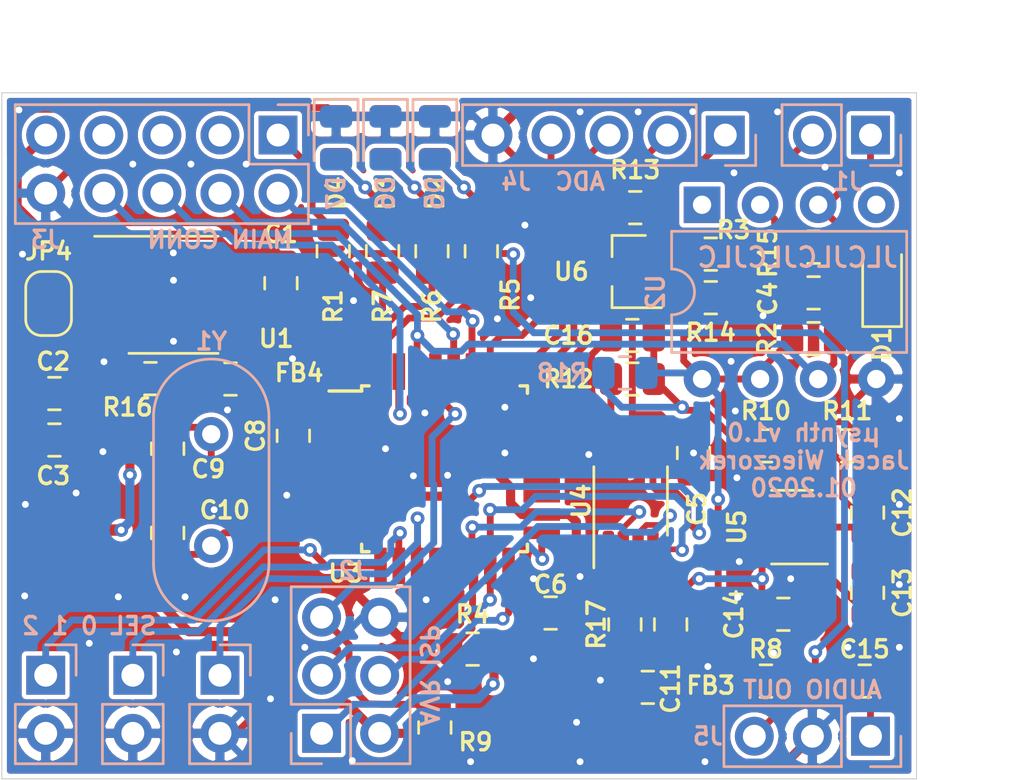
<source format=kicad_pcb>
(kicad_pcb (version 20171130) (host pcbnew 5.1.5)
  (title_block (title "DS-50 Digital Synthesizer") (date 2020-03-19) (rev 2) (company "Jacek Wieczorek"))
  (layers (0 F.Cu signal) (31 B.Cu signal) (34 B.Paste user hide) (35 F.Paste user hide) (36 B.SilkS user) (37 F.SilkS user) (38 B.Mask user hide) (39 F.Mask user hide) (44 Edge.Cuts user))
  (net 0 "")
  (net 1 GND)
  (net 2 +5V)
  (net 3 "Net-(C9-Pad2)")
  (net 4 "Net-(C10-Pad2)")
  (net 5 "Net-(C11-Pad1)")
  (net 6 "Net-(D1-Pad2)")
  (net 7 "Net-(D1-Pad1)")
  (net 8 "Net-(D2-Pad2)")
  (net 9 "Net-(D3-Pad2)")
  (net 10 "Net-(D4-Pad2)")
  (net 11 /AUDIO_OUT)
  (net 12 "Net-(J3-Pad3)")
  (net 13 /RX)
  (net 14 "Net-(R4-Pad2)")
  (net 15 "Net-(U2-Pad1)")
  (net 16 /TX)
  (net 17 /RESET)
  (net 18 /SCL)
  (net 19 /SDA)
  (net 20 /ADC3)
  (net 21 /ADC2)
  (net 22 /ADC1)
  (net 23 /ADC0)
  (net 24 "Net-(U3-Pad22)")
  (net 25 "Net-(U3-Pad19)")
  (net 26 /SCK)
  (net 27 /MISO)
  (net 28 /MOSI)
  (net 29 "Net-(U3-Pad12)")
  (net 30 "Net-(C12-Pad1)")
  (net 31 "Net-(J3-Pad7)")
  (net 32 "Net-(J3-Pad5)")
  (net 33 /MAIN_VCC)
  (net 34 "Net-(J3-Pad1)")
  (net 35 "Net-(U1-Pad5)")
  (net 36 "Net-(U1-Pad4)")
  (net 37 "Net-(C13-Pad1)")
  (net 38 "Net-(C16-Pad1)")
  (net 39 "Net-(R12-Pad1)")
  (net 40 "Net-(U3-Pad13)")
  (net 41 /LED_1)
  (net 42 /LED_2)
  (net 43 /LED_3)
  (net 44 "Net-(U3-Pad20)")
  (net 45 "Net-(R13-Pad2)")
  (net 46 /SEL_0)
  (net 47 /SEL_1)
  (net 48 /SEL_2)
  (net 49 "Net-(J1-Pad2)")
  (net 50 "Net-(C6-Pad2)")
  (net 51 "Net-(FB3-Pad2)")
  (net 52 "Net-(FB4-Pad1)")
  (net 53 "Net-(C5-Pad2)")
  (net 54 "Net-(C13-Pad2)")
  (module Capacitor_SMD:C_0805_2012Metric (layer F.Cu) (at 150.25 75.75 90)
    (fp_text reference C5 (at -2.45 0.15 90) (layer F.SilkS) (effects (font (size 0.75 0.75))))
    (fp_text value 10u)
    (pad 2 smd roundrect (at 0.9375 0 90) (size 0.975 1.4) (layers F.Cu F.Paste F.Mask) (net 53 "Net-(C5-Pad2)"))
    (pad 1 smd roundrect (at -0.9375 0 90) (size 0.975 1.4) (layers F.Cu F.Paste F.Mask) (net 1 GND))
  )
  (module Resistor_SMD:R_0805_2012Metric (layer B.Cu) (at 147.25 72.25 180)
    (fp_text reference R18 (at 2.75 0 180) (layer B.SilkS) (effects (font (size 0.75 0.75)) (justify mirror)))
    (fp_text value Rbias)
    (pad 2 smd roundrect (at 0.9375 0 180) (size 0.975 1.4) (layers B.Cu B.Paste B.Mask) (net 38 "Net-(C16-Pad1)"))
    (pad 1 smd roundrect (at -0.9375 0 180) (size 0.975 1.4) (layers B.Cu B.Paste B.Mask) (net 2 +5V))
  )
  (module Resistor_SMD:R_0805_2012Metric (layer F.Cu) (at 147.25 83.25 90)
    (fp_text reference R17 (at 0 -1.25 90) (layer F.SilkS) (effects (font (size 0.75 0.75))))
    (fp_text value 1)
    (pad 2 smd roundrect (at 0.9375 0 90) (size 0.975 1.4) (layers F.Cu F.Paste F.Mask) (net 5 "Net-(C11-Pad1)"))
    (pad 1 smd roundrect (at -0.9375 0 90) (size 0.975 1.4) (layers F.Cu F.Paste F.Mask) (net 51 "Net-(FB3-Pad2)"))
  )
  (module Resistor_SMD:R_0805_2012Metric (layer F.Cu) (at 126.5 72.5 180)
    (fp_text reference R16 (at 1 -1.25) (layer F.SilkS) (effects (font (size 0.75 0.75))))
    (fp_text value 1)
    (pad 2 smd roundrect (at 0.9375 0 180) (size 0.975 1.4) (layers F.Cu F.Paste F.Mask) (net 2 +5V))
    (pad 1 smd roundrect (at -0.9375 0 180) (size 0.975 1.4) (layers F.Cu F.Paste F.Mask) (net 52 "Net-(FB4-Pad1)"))
  )
  (module Capacitor_SMD:C_0805_2012Metric (layer F.Cu) (at 144 82.75)
    (fp_text reference C6 (at 0 -1.25) (layer F.SilkS) (effects (font (size 0.75 0.75))))
    (fp_text value 100n)
    (pad 2 smd roundrect (at 0.9375 0) (size 0.975 1.4) (layers F.Cu F.Paste F.Mask) (net 50 "Net-(C6-Pad2)"))
    (pad 1 smd roundrect (at -0.9375 0) (size 0.975 1.4) (layers F.Cu F.Paste F.Mask) (net 1 GND))
  )
  (module Resistor_SMD:R_0805_2012Metric (layer F.Cu) (at 155.5 66.75 180)
    (fp_text reference R15 (at 2 -0.25 90) (layer F.SilkS) (effects (font (size 0.75 0.75))))
    (fp_text value 220)
    (pad 2 smd roundrect (at 0.9375 0 180) (size 0.975 1.4) (layers F.Cu F.Paste F.Mask) (net 49 "Net-(J1-Pad2)"))
    (pad 1 smd roundrect (at -0.9375 0 180) (size 0.975 1.4) (layers F.Cu F.Paste F.Mask) (net 7 "Net-(D1-Pad1)"))
  )
  (module Package_SO:MSOP-8_3x3mm_P0.65mm (layer F.Cu) (at 147.5 77.851 90)
    (fp_text reference U4 (at 0 -2.159 90) (layer F.SilkS) (effects (font (size 0.75 0.75))))
    (fp_text value MCP4921)
    (pad 8 smd roundrect (at 2.1125 -0.975 90) (size 1.625 0.5) (layers F.Cu F.Paste F.Mask) (net 39 "Net-(R12-Pad1)"))
    (pad 7 smd roundrect (at 2.1125 -0.325 90) (size 1.625 0.5) (layers F.Cu F.Paste F.Mask) (net 1 GND))
    (pad 6 smd roundrect (at 2.1125 0.325 90) (size 1.625 0.5) (layers F.Cu F.Paste F.Mask) (net 53 "Net-(C5-Pad2)"))
    (pad 5 smd roundrect (at 2.1125 0.975 90) (size 1.625 0.5) (layers F.Cu F.Paste F.Mask) (net 40 "Net-(U3-Pad13)"))
    (pad 4 smd roundrect (at -2.1125 0.975 90) (size 1.625 0.5) (layers F.Cu F.Paste F.Mask) (net 28 /MOSI))
    (pad 3 smd roundrect (at -2.1125 0.325 90) (size 1.625 0.5) (layers F.Cu F.Paste F.Mask) (net 26 /SCK))
    (pad 2 smd roundrect (at -2.1125 -0.325 90) (size 1.625 0.5) (layers F.Cu F.Paste F.Mask) (net 14 "Net-(R4-Pad2)"))
    (pad 1 smd roundrect (at -2.1125 -0.975 90) (size 1.625 0.5) (layers F.Cu F.Paste F.Mask) (net 5 "Net-(C11-Pad1)"))
  )
  (module Diode_SMD:D_SOD-323_HandSoldering (layer F.Cu) (at 158.496 68.326 90)
    (fp_text reference D1 (at -2.667 0 90) (layer F.SilkS) (effects (font (size 0.75 0.75))))
    (fp_text value 1N4148)
    (pad 2 smd rect (at 1.25 0 90) (size 1 1) (layers F.Cu F.Paste F.Mask) (net 6 "Net-(D1-Pad2)"))
    (pad 1 smd rect (at -1.25 0 90) (size 1 1) (layers F.Cu F.Paste F.Mask) (net 7 "Net-(D1-Pad1)"))
  )
  (module Resistor_SMD:R_0805_2012Metric (layer F.Cu) (at 151.003 67.056)
    (fp_text reference R3 (at 0.997 -1.056) (layer F.SilkS) (effects (font (size 0.75 0.75))))
    (fp_text value 2k)
    (pad 2 smd roundrect (at 0.9375 0) (size 0.975 1.4) (layers F.Cu F.Paste F.Mask) (net 53 "Net-(C5-Pad2)"))
    (pad 1 smd roundrect (at -0.9375 0) (size 0.975 1.4) (layers F.Cu F.Paste F.Mask) (net 45 "Net-(R13-Pad2)"))
  )
  (module Resistor_SMD:R_0805_2012Metric (layer F.Cu) (at 147.701 65.024)
    (fp_text reference R13 (at 0 -1.65) (layer F.SilkS) (effects (font (size 0.75 0.75))))
    (fp_text value 10k)
    (pad 2 smd roundrect (at 0.9375 0) (size 0.975 1.4) (layers F.Cu F.Paste F.Mask) (net 45 "Net-(R13-Pad2)"))
    (pad 1 smd roundrect (at -0.9375 0) (size 0.975 1.4) (layers F.Cu F.Paste F.Mask) (net 1 GND))
  )
  (module Resistor_SMD:R_0805_2012Metric (layer F.Cu) (at 151.003 68.961 180)
    (fp_text reference R14 (at 0 -1.524) (layer F.SilkS) (effects (font (size 0.75 0.75))))
    (fp_text value 1k)
    (pad 2 smd roundrect (at 0.9375 0 180) (size 0.975 1.4) (layers F.Cu F.Paste F.Mask) (net 53 "Net-(C5-Pad2)"))
    (pad 1 smd roundrect (at -0.9375 0 180) (size 0.975 1.4) (layers F.Cu F.Paste F.Mask) (net 2 +5V))
  )
  (module Package_TO_SOT_SMD:SOT-23 (layer F.Cu) (at 147.447 67.818 180)
    (fp_text reference U6 (at 2.54 0 180) (layer F.SilkS) (effects (font (size 0.75 0.75))))
    (fp_text value TL431DBZ)
    (pad 3 smd rect (at 1 0 180) (size 0.9 0.8) (layers F.Cu F.Paste F.Mask) (net 1 GND))
    (pad 2 smd rect (at -1 0.95 180) (size 0.9 0.8) (layers F.Cu F.Paste F.Mask) (net 45 "Net-(R13-Pad2)"))
    (pad 1 smd rect (at -1 -0.95 180) (size 0.9 0.8) (layers F.Cu F.Paste F.Mask) (net 53 "Net-(C5-Pad2)"))
  )
  (module LED_SMD:LED_0805_2012Metric (layer B.Cu) (at 134.62 61.976 270)
    (fp_text reference D7 (at 2.413 0 90) (layer B.SilkS) (effects (font (size 0.75 0.75)) (justify mirror)))
    (fp_text value LED_Small)
    (pad 2 smd roundrect (at 0.9375 0 270) (size 0.975 1.4) (layers B.Cu B.Paste B.Mask) (net 10 "Net-(D4-Pad2)"))
    (pad 1 smd roundrect (at -0.9375 0 270) (size 0.975 1.4) (layers B.Cu B.Paste B.Mask) (net 1 GND))
  )
  (module LED_SMD:LED_0805_2012Metric (layer B.Cu) (at 136.779 61.976 270)
    (fp_text reference D6 (at 2.413 0 90) (layer B.SilkS) (effects (font (size 0.75 0.75)) (justify mirror)))
    (fp_text value LED_Small)
    (pad 2 smd roundrect (at 0.9375 0 270) (size 0.975 1.4) (layers B.Cu B.Paste B.Mask) (net 9 "Net-(D3-Pad2)"))
    (pad 1 smd roundrect (at -0.9375 0 270) (size 0.975 1.4) (layers B.Cu B.Paste B.Mask) (net 1 GND))
  )
  (module LED_SMD:LED_0805_2012Metric (layer B.Cu) (at 138.938 61.976 270)
    (fp_text reference D5 (at 2.413 0 90) (layer B.SilkS) (effects (font (size 0.75 0.75)) (justify mirror)))
    (fp_text value LED_Small)
    (pad 2 smd roundrect (at 0.9375 0 270) (size 0.975 1.4) (layers B.Cu B.Paste B.Mask) (net 8 "Net-(D2-Pad2)"))
    (pad 1 smd roundrect (at -0.9375 0 270) (size 0.975 1.4) (layers B.Cu B.Paste B.Mask) (net 1 GND))
  )
  (module Inductor_SMD:L_0805_2012Metric (layer F.Cu) (at 130 72.517)
    (fp_text reference FB4 (at 3 -0.267) (layer F.SilkS) (effects (font (size 0.75 0.75))))
    (fp_text value 330R@100MHz)
    (pad 2 smd roundrect (at 0.9375 0) (size 0.975 1.4) (layers F.Cu F.Paste F.Mask) (net 50 "Net-(C6-Pad2)"))
    (pad 1 smd roundrect (at -0.9375 0) (size 0.975 1.4) (layers F.Cu F.Paste F.Mask) (net 52 "Net-(FB4-Pad1)"))
  )
  (module Package_QFP:TQFP-32_7x7mm_P0.8mm (layer F.Cu) (at 139.361 76.441)
    (fp_text reference U3 (at -4.318 4.572) (layer F.SilkS) (effects (font (size 0.75 0.75))))
    (fp_text value ATmega328-AU)
    (pad 32 smd rect (at -2.8 -4.25 90) (size 1.6 0.55) (layers F.Cu F.Paste F.Mask) (net 41 /LED_1))
    (pad 31 smd rect (at -2 -4.25 90) (size 1.6 0.55) (layers F.Cu F.Paste F.Mask) (net 16 /TX))
    (pad 30 smd rect (at -1.2 -4.25 90) (size 1.6 0.55) (layers F.Cu F.Paste F.Mask) (net 13 /RX))
    (pad 29 smd rect (at -0.4 -4.25 90) (size 1.6 0.55) (layers F.Cu F.Paste F.Mask) (net 17 /RESET))
    (pad 28 smd rect (at 0.4 -4.25 90) (size 1.6 0.55) (layers F.Cu F.Paste F.Mask) (net 18 /SCL))
    (pad 27 smd rect (at 1.2 -4.25 90) (size 1.6 0.55) (layers F.Cu F.Paste F.Mask) (net 19 /SDA))
    (pad 26 smd rect (at 2 -4.25 90) (size 1.6 0.55) (layers F.Cu F.Paste F.Mask) (net 20 /ADC3))
    (pad 25 smd rect (at 2.8 -4.25 90) (size 1.6 0.55) (layers F.Cu F.Paste F.Mask) (net 21 /ADC2))
    (pad 24 smd rect (at 4.25 -2.8) (size 1.6 0.55) (layers F.Cu F.Paste F.Mask) (net 22 /ADC1))
    (pad 23 smd rect (at 4.25 -2) (size 1.6 0.55) (layers F.Cu F.Paste F.Mask) (net 23 /ADC0))
    (pad 22 smd rect (at 4.25 -1.2) (size 1.6 0.55) (layers F.Cu F.Paste F.Mask) (net 24 "Net-(U3-Pad22)"))
    (pad 21 smd rect (at 4.25 -0.4) (size 1.6 0.55) (layers F.Cu F.Paste F.Mask) (net 1 GND))
    (pad 20 smd rect (at 4.25 0.4) (size 1.6 0.55) (layers F.Cu F.Paste F.Mask) (net 44 "Net-(U3-Pad20)"))
    (pad 19 smd rect (at 4.25 1.2) (size 1.6 0.55) (layers F.Cu F.Paste F.Mask) (net 25 "Net-(U3-Pad19)"))
    (pad 18 smd rect (at 4.25 2) (size 1.6 0.55) (layers F.Cu F.Paste F.Mask) (net 50 "Net-(C6-Pad2)"))
    (pad 17 smd rect (at 4.25 2.8) (size 1.6 0.55) (layers F.Cu F.Paste F.Mask) (net 26 /SCK))
    (pad 16 smd rect (at 2.8 4.25 90) (size 1.6 0.55) (layers F.Cu F.Paste F.Mask) (net 27 /MISO))
    (pad 15 smd rect (at 2 4.25 90) (size 1.6 0.55) (layers F.Cu F.Paste F.Mask) (net 28 /MOSI))
    (pad 14 smd rect (at 1.2 4.25 90) (size 1.6 0.55) (layers F.Cu F.Paste F.Mask) (net 14 "Net-(R4-Pad2)"))
    (pad 13 smd rect (at 0.4 4.25 90) (size 1.6 0.55) (layers F.Cu F.Paste F.Mask) (net 40 "Net-(U3-Pad13)"))
    (pad 12 smd rect (at -0.4 4.25 90) (size 1.6 0.55) (layers F.Cu F.Paste F.Mask) (net 29 "Net-(U3-Pad12)"))
    (pad 11 smd rect (at -1.2 4.25 90) (size 1.6 0.55) (layers F.Cu F.Paste F.Mask) (net 46 /SEL_0))
    (pad 10 smd rect (at -2 4.25 90) (size 1.6 0.55) (layers F.Cu F.Paste F.Mask) (net 47 /SEL_1))
    (pad 9 smd rect (at -2.8 4.25 90) (size 1.6 0.55) (layers F.Cu F.Paste F.Mask) (net 48 /SEL_2))
    (pad 8 smd rect (at -4.25 2.8) (size 1.6 0.55) (layers F.Cu F.Paste F.Mask) (net 4 "Net-(C10-Pad2)"))
    (pad 7 smd rect (at -4.25 2) (size 1.6 0.55) (layers F.Cu F.Paste F.Mask) (net 3 "Net-(C9-Pad2)"))
    (pad 6 smd rect (at -4.25 1.2) (size 1.6 0.55) (layers F.Cu F.Paste F.Mask) (net 50 "Net-(C6-Pad2)"))
    (pad 5 smd rect (at -4.25 0.4) (size 1.6 0.55) (layers F.Cu F.Paste F.Mask) (net 1 GND))
    (pad 4 smd rect (at -4.25 -0.4) (size 1.6 0.55) (layers F.Cu F.Paste F.Mask) (net 50 "Net-(C6-Pad2)"))
    (pad 3 smd rect (at -4.25 -1.2) (size 1.6 0.55) (layers F.Cu F.Paste F.Mask) (net 1 GND))
    (pad 2 smd rect (at -4.25 -2) (size 1.6 0.55) (layers F.Cu F.Paste F.Mask) (net 43 /LED_3))
    (pad 1 smd rect (at -4.25 -2.8) (size 1.6 0.55) (layers F.Cu F.Paste F.Mask) (net 42 /LED_2))
  )
  (module Crystal:Crystal_HC49-4H_Vertical (layer B.Cu) (at 129.159 74.93 270)
    (fp_text reference Y1 (at -4.064 0) (layer B.SilkS) (effects (font (size 0.75 0.75)) (justify mirror)))
    (fp_text value 20MHz)
    (pad 2 thru_hole circle (at 4.88 0 270) (size 1.5 1.5) (drill 0.8) (layers *.Cu *.Mask) (net 4 "Net-(C10-Pad2)"))
    (pad 1 thru_hole circle (at 0 0 270) (size 1.5 1.5) (drill 0.8) (layers *.Cu *.Mask) (net 3 "Net-(C9-Pad2)"))
  )
  (module Package_DIP:DIP-8_W7.62mm (layer B.Cu) (at 150.622 64.897 270)
    (fp_text reference U2 (at 3.81 2.032 90) (layer B.SilkS) (effects (font (size 0.75 0.75)) (justify mirror)))
    (fp_text value 6N137)
    (pad 8 thru_hole oval (at 7.62 0 270) (size 1.6 1.6) (drill 0.8) (layers *.Cu *.Mask) (net 2 +5V))
    (pad 4 thru_hole oval (at 0 -7.62 270) (size 1.6 1.6) (drill 0.8) (layers *.Cu *.Mask))
    (pad 7 thru_hole oval (at 7.62 -2.54 270) (size 1.6 1.6) (drill 0.8) (layers *.Cu *.Mask) (net 2 +5V))
    (pad 3 thru_hole oval (at 0 -5.08 270) (size 1.6 1.6) (drill 0.8) (layers *.Cu *.Mask) (net 6 "Net-(D1-Pad2)"))
    (pad 6 thru_hole oval (at 7.62 -5.08 270) (size 1.6 1.6) (drill 0.8) (layers *.Cu *.Mask) (net 13 /RX))
    (pad 2 thru_hole oval (at 0 -2.54 270) (size 1.6 1.6) (drill 0.8) (layers *.Cu *.Mask) (net 7 "Net-(D1-Pad1)"))
    (pad 5 thru_hole oval (at 7.62 -7.62 270) (size 1.6 1.6) (drill 0.8) (layers *.Cu *.Mask) (net 1 GND))
    (pad 1 thru_hole rect (at 0 0 270) (size 1.6 1.6) (drill 0.8) (layers *.Cu *.Mask) (net 15 "Net-(U2-Pad1)"))
  )
  (module Resistor_SMD:R_0805_2012Metric (layer F.Cu) (at 147.574 72.517)
    (fp_text reference R12 (at -2.794 0 180) (layer F.SilkS) (effects (font (size 0.75 0.75))))
    (fp_text value 11k)
    (pad 2 smd roundrect (at 0.9375 0) (size 0.975 1.4) (layers F.Cu F.Paste F.Mask) (net 38 "Net-(C16-Pad1)"))
    (pad 1 smd roundrect (at -0.9375 0) (size 0.975 1.4) (layers F.Cu F.Paste F.Mask) (net 39 "Net-(R12-Pad1)"))
  )
  (module Capacitor_SMD:C_0805_2012Metric (layer F.Cu) (at 147.574 70.612 180)
    (fp_text reference C16 (at 2.794 0 180) (layer F.SilkS) (effects (font (size 0.75 0.75))))
    (fp_text value 1.5n)
    (pad 2 smd roundrect (at 0.9375 0 180) (size 0.975 1.4) (layers F.Cu F.Paste F.Mask) (net 1 GND))
    (pad 1 smd roundrect (at -0.9375 0 180) (size 0.975 1.4) (layers F.Cu F.Paste F.Mask) (net 38 "Net-(C16-Pad1)"))
  )
  (module Connector_PinHeader_2.54mm:PinHeader_1x02_P2.54mm_Vertical (layer B.Cu) (at 157.988 61.849 90)
    (fp_text reference J1 (at -2.032 -1.016) (layer B.SilkS) (effects (font (size 0.75 0.75)) (justify mirror)))
    (fp_text value MIDI_IN)
    (pad 2 thru_hole oval (at 0 -2.54 90) (size 1.7 1.7) (drill 1) (layers *.Cu *.Mask) (net 49 "Net-(J1-Pad2)"))
    (pad 1 thru_hole rect (at 0 0 90) (size 1.7 1.7) (drill 1) (layers *.Cu *.Mask) (net 6 "Net-(D1-Pad2)"))
  )
  (module Resistor_SMD:R_0805_2012Metric (layer F.Cu) (at 156.972 75.438 180)
    (fp_text reference R11 (at 0 1.524) (layer F.SilkS) (effects (font (size 0.75 0.75))))
    (fp_text value 33k)
    (pad 2 smd roundrect (at 0.9375 0 180) (size 0.975 1.4) (layers F.Cu F.Paste F.Mask) (net 54 "Net-(C13-Pad2)"))
    (pad 1 smd roundrect (at -0.9375 0 180) (size 0.975 1.4) (layers F.Cu F.Paste F.Mask) (net 30 "Net-(C12-Pad1)"))
  )
  (module Resistor_SMD:R_0805_2012Metric (layer F.Cu) (at 153.416 75.438)
    (fp_text reference R10 (at 0 -1.524) (layer F.SilkS) (effects (font (size 0.75 0.75))))
    (fp_text value 110k)
    (pad 2 smd roundrect (at 0.9375 0) (size 0.975 1.4) (layers F.Cu F.Paste F.Mask) (net 54 "Net-(C13-Pad2)"))
    (pad 1 smd roundrect (at -0.9375 0) (size 0.975 1.4) (layers F.Cu F.Paste F.Mask) (net 38 "Net-(C16-Pad1)"))
  )
  (module Jumper:SolderJumper-2_P1.3mm_Open_RoundedPad1.0x1.5mm (layer F.Cu) (at 122.047 69.215 270)
    (fp_text reference JP4 (at -2.286 0 180) (layer F.SilkS) (effects (font (size 0.75 0.75))))
    (fp_text value VCC_JUMPER)
    (pad 2 smd custom (at 0.65 0 270) (size 1 0.5) (layers F.Cu F.Mask) (net 2 +5V) (options (clearance outline) (anchor rect)) (primitives (gr_circle (center 0 0.25) (end 0.5 0.25) (width 0)) (gr_circle (center 0 -0.25) (end 0.5 -0.25) (width 0)) (gr_poly (pts (xy 0 -0.75) (xy -0.5 -0.75) (xy -0.5 0.75) (xy 0 0.75)) (width 0))))
    (pad 1 smd custom (at -0.65 0 270) (size 1 0.5) (layers F.Cu F.Mask) (net 33 /MAIN_VCC) (options (clearance outline) (anchor rect)) (primitives (gr_circle (center 0 0.25) (end 0.5 0.25) (width 0)) (gr_circle (center 0 -0.25) (end 0.5 -0.25) (width 0)) (gr_poly (pts (xy 0 -0.75) (xy 0.5 -0.75) (xy 0.5 0.75) (xy 0 0.75)) (width 0))))
  )
  (module Capacitor_SMD:C_0805_2012Metric (layer F.Cu) (at 157.734 85.725)
    (fp_text reference C15 (at 0 -1.397) (layer F.SilkS) (effects (font (size 0.75 0.75))))
    (fp_text value 10u)
    (pad 2 smd roundrect (at 0.9375 0) (size 0.975 1.4) (layers F.Cu F.Paste F.Mask) (net 37 "Net-(C13-Pad1)"))
    (pad 1 smd roundrect (at -0.9375 0) (size 0.975 1.4) (layers F.Cu F.Paste F.Mask) (net 11 /AUDIO_OUT))
  )
  (module Capacitor_SMD:C_0805_2012Metric (layer F.Cu) (at 154.178 82.804 180)
    (fp_text reference C14 (at 2.159 0 90) (layer F.SilkS) (effects (font (size 0.75 0.75))))
    (fp_text value 100n)
    (pad 2 smd roundrect (at 0.9375 0 180) (size 0.975 1.4) (layers F.Cu F.Paste F.Mask) (net 5 "Net-(C11-Pad1)"))
    (pad 1 smd roundrect (at -0.9375 0 180) (size 0.975 1.4) (layers F.Cu F.Paste F.Mask) (net 1 GND))
  )
  (module Capacitor_SMD:C_0805_2012Metric (layer F.Cu) (at 157.861 81.8665 90)
    (fp_text reference C13 (at 0 1.524 90) (layer F.SilkS) (effects (font (size 0.75 0.75))))
    (fp_text value 680p)
    (pad 2 smd roundrect (at 0.9375 0 90) (size 0.975 1.4) (layers F.Cu F.Paste F.Mask) (net 54 "Net-(C13-Pad2)"))
    (pad 1 smd roundrect (at -0.9375 0 90) (size 0.975 1.4) (layers F.Cu F.Paste F.Mask) (net 37 "Net-(C13-Pad1)"))
  )
  (module Capacitor_SMD:C_0805_2012Metric (layer F.Cu) (at 157.861 78.359 270)
    (fp_text reference C12 (at 0 -1.524 90) (layer F.SilkS) (effects (font (size 0.75 0.75))))
    (fp_text value 100p)
    (pad 2 smd roundrect (at 0.9375 0 270) (size 0.975 1.4) (layers F.Cu F.Paste F.Mask) (net 1 GND))
    (pad 1 smd roundrect (at -0.9375 0 270) (size 0.975 1.4) (layers F.Cu F.Paste F.Mask) (net 30 "Net-(C12-Pad1)"))
  )
  (module Capacitor_SMD:C_0805_2012Metric (layer F.Cu) (at 122.301 73.152)
    (fp_text reference C2 (at -0.051 -1.402) (layer F.SilkS) (effects (font (size 0.75 0.75))))
    (fp_text value 10u)
    (pad 2 smd roundrect (at 0.9375 0) (size 0.975 1.4) (layers F.Cu F.Paste F.Mask) (net 1 GND))
    (pad 1 smd roundrect (at -0.9375 0) (size 0.975 1.4) (layers F.Cu F.Paste F.Mask) (net 2 +5V))
  )
  (module Package_TO_SOT_SMD:SOT-23-5 (layer F.Cu) (at 154.559 78.994 180)
    (fp_text reference U5 (at 2.413 0 90) (layer F.SilkS) (effects (font (size 0.75 0.75))))
    (fp_text value MCP6001)
    (pad 5 smd rect (at 1.1 -0.95 180) (size 1.06 0.65) (layers F.Cu F.Paste F.Mask) (net 5 "Net-(C11-Pad1)"))
    (pad 4 smd rect (at 1.1 0.95 180) (size 1.06 0.65) (layers F.Cu F.Paste F.Mask) (net 37 "Net-(C13-Pad1)"))
    (pad 3 smd rect (at -1.1 0.95 180) (size 1.06 0.65) (layers F.Cu F.Paste F.Mask) (net 30 "Net-(C12-Pad1)"))
    (pad 2 smd rect (at -1.1 0 180) (size 1.06 0.65) (layers F.Cu F.Paste F.Mask) (net 1 GND))
    (pad 1 smd rect (at -1.1 -0.95 180) (size 1.06 0.65) (layers F.Cu F.Paste F.Mask) (net 37 "Net-(C13-Pad1)"))
  )
  (module Package_SO:SOIC-8_3.9x4.9mm_P1.27mm (layer F.Cu) (at 127.508 68.834)
    (fp_text reference U1 (at 4.492 1.916) (layer F.SilkS) (effects (font (size 0.75 0.75))))
    (fp_text value L78L05_SO8)
    (pad 8 smd roundrect (at 2.475 -1.905) (size 1.95 0.6) (layers F.Cu F.Paste F.Mask) (net 33 /MAIN_VCC))
    (pad 7 smd roundrect (at 2.475 -0.635) (size 1.95 0.6) (layers F.Cu F.Paste F.Mask) (net 1 GND))
    (pad 6 smd roundrect (at 2.475 0.635) (size 1.95 0.6) (layers F.Cu F.Paste F.Mask) (net 1 GND))
    (pad 5 smd roundrect (at 2.475 1.905) (size 1.95 0.6) (layers F.Cu F.Paste F.Mask) (net 35 "Net-(U1-Pad5)"))
    (pad 4 smd roundrect (at -2.475 1.905) (size 1.95 0.6) (layers F.Cu F.Paste F.Mask) (net 36 "Net-(U1-Pad4)"))
    (pad 3 smd roundrect (at -2.475 0.635) (size 1.95 0.6) (layers F.Cu F.Paste F.Mask) (net 1 GND))
    (pad 2 smd roundrect (at -2.475 -0.635) (size 1.95 0.6) (layers F.Cu F.Paste F.Mask) (net 1 GND))
    (pad 1 smd roundrect (at -2.475 -1.905) (size 1.95 0.6) (layers F.Cu F.Paste F.Mask) (net 2 +5V))
  )
  (module Resistor_SMD:R_0805_2012Metric (layer F.Cu) (at 138.938 87.757 270)
    (fp_text reference R9 (at 0.635 -1.778 180) (layer F.SilkS) (effects (font (size 0.75 0.75))))
    (fp_text value 10k)
    (pad 2 smd roundrect (at 0.9375 0 270) (size 0.975 1.4) (layers F.Cu F.Paste F.Mask) (net 2 +5V))
    (pad 1 smd roundrect (at -0.9375 0 270) (size 0.975 1.4) (layers F.Cu F.Paste F.Mask) (net 17 /RESET))
  )
  (module Connector_PinHeader_2.54mm:PinHeader_1x03_P2.54mm_Vertical (layer B.Cu) (at 157.988 88.138 90)
    (fp_text reference J5 (at 0 -7.112) (layer B.SilkS) (effects (font (size 0.75 0.75)) (justify mirror)))
    (fp_text value LINE_OUT)
    (pad 3 thru_hole oval (at 0 -5.08 90) (size 1.7 1.7) (drill 1) (layers *.Cu *.Mask) (net 11 /AUDIO_OUT))
    (pad 2 thru_hole oval (at 0 -2.54 90) (size 1.7 1.7) (drill 1) (layers *.Cu *.Mask) (net 1 GND))
    (pad 1 thru_hole rect (at 0 0 90) (size 1.7 1.7) (drill 1) (layers *.Cu *.Mask) (net 11 /AUDIO_OUT))
  )
  (module Connector_PinHeader_2.54mm:PinHeader_1x05_P2.54mm_Vertical (layer B.Cu) (at 151.638 61.849 90)
    (fp_text reference J4 (at -2.032 -9.144) (layer B.SilkS) (effects (font (size 0.75 0.75)) (justify mirror)))
    (fp_text value ADC_CONN)
    (pad 5 thru_hole oval (at 0 -10.16 90) (size 1.7 1.7) (drill 1) (layers *.Cu *.Mask) (net 1 GND))
    (pad 4 thru_hole oval (at 0 -7.62 90) (size 1.7 1.7) (drill 1) (layers *.Cu *.Mask) (net 20 /ADC3))
    (pad 3 thru_hole oval (at 0 -5.08 90) (size 1.7 1.7) (drill 1) (layers *.Cu *.Mask) (net 21 /ADC2))
    (pad 2 thru_hole oval (at 0 -2.54 90) (size 1.7 1.7) (drill 1) (layers *.Cu *.Mask) (net 22 /ADC1))
    (pad 1 thru_hole rect (at 0 0 90) (size 1.7 1.7) (drill 1) (layers *.Cu *.Mask) (net 23 /ADC0))
  )
  (module Connector_PinSocket_2.54mm:PinSocket_2x05_P2.54mm_Vertical (layer B.Cu) (at 132.08 61.849 90)
    (fp_text reference J3 (at -4.572 -10.16) (layer B.SilkS) (effects (font (size 0.75 0.75)) (justify mirror)))
    (fp_text value MAIN_CONN)
    (pad 10 thru_hole oval (at -2.54 -10.16 90) (size 1.7 1.7) (drill 1) (layers *.Cu *.Mask) (net 1 GND))
    (pad 9 thru_hole oval (at 0 -10.16 90) (size 1.7 1.7) (drill 1) (layers *.Cu *.Mask) (net 33 /MAIN_VCC))
    (pad 8 thru_hole oval (at -2.54 -7.62 90) (size 1.7 1.7) (drill 1) (layers *.Cu *.Mask) (net 16 /TX))
    (pad 7 thru_hole oval (at 0 -7.62 90) (size 1.7 1.7) (drill 1) (layers *.Cu *.Mask) (net 31 "Net-(J3-Pad7)"))
    (pad 6 thru_hole oval (at -2.54 -5.08 90) (size 1.7 1.7) (drill 1) (layers *.Cu *.Mask) (net 13 /RX))
    (pad 5 thru_hole oval (at 0 -5.08 90) (size 1.7 1.7) (drill 1) (layers *.Cu *.Mask) (net 32 "Net-(J3-Pad5)"))
    (pad 4 thru_hole oval (at -2.54 -2.54 90) (size 1.7 1.7) (drill 1) (layers *.Cu *.Mask) (net 18 /SCL))
    (pad 3 thru_hole oval (at 0 -2.54 90) (size 1.7 1.7) (drill 1) (layers *.Cu *.Mask) (net 12 "Net-(J3-Pad3)"))
    (pad 2 thru_hole oval (at -2.54 0 90) (size 1.7 1.7) (drill 1) (layers *.Cu *.Mask) (net 19 /SDA))
    (pad 1 thru_hole rect (at 0 0 90) (size 1.7 1.7) (drill 1) (layers *.Cu *.Mask) (net 34 "Net-(J3-Pad1)"))
  )
  (module Connector_PinHeader_2.54mm:PinHeader_2x03_P2.54mm_Vertical (layer B.Cu) (at 133.985 88.011)
    (fp_text reference J2 (at 1.397 -7.112 180) (layer B.SilkS) (effects (font (size 0.75 0.75)) (justify mirror)))
    (fp_text value AVR-ISP-6)
    (pad 6 thru_hole oval (at 2.54 -5.08) (size 1.7 1.7) (drill 1) (layers *.Cu *.Mask) (net 1 GND))
    (pad 5 thru_hole oval (at 0 -5.08) (size 1.7 1.7) (drill 1) (layers *.Cu *.Mask) (net 17 /RESET))
    (pad 4 thru_hole oval (at 2.54 -2.54) (size 1.7 1.7) (drill 1) (layers *.Cu *.Mask) (net 28 /MOSI))
    (pad 3 thru_hole oval (at 0 -2.54) (size 1.7 1.7) (drill 1) (layers *.Cu *.Mask) (net 26 /SCK))
    (pad 2 thru_hole oval (at 2.54 0) (size 1.7 1.7) (drill 1) (layers *.Cu *.Mask) (net 2 +5V))
    (pad 1 thru_hole rect (at 0 0) (size 1.7 1.7) (drill 1) (layers *.Cu *.Mask) (net 27 /MISO))
  )
  (module Resistor_SMD:R_0805_2012Metric (layer F.Cu) (at 153.416 85.725 180)
    (fp_text reference R8 (at 0 1.397) (layer F.SilkS) (effects (font (size 0.75 0.75))))
    (fp_text value 10k)
    (pad 2 smd roundrect (at 0.9375 0 180) (size 0.975 1.4) (layers F.Cu F.Paste F.Mask) (net 1 GND))
    (pad 1 smd roundrect (at -0.9375 0 180) (size 0.975 1.4) (layers F.Cu F.Paste F.Mask) (net 11 /AUDIO_OUT))
  )
  (module Resistor_SMD:R_0805_2012Metric (layer F.Cu) (at 136.652 66.929 270)
    (fp_text reference R7 (at 2.413 0 90) (layer F.SilkS) (effects (font (size 0.75 0.75))))
    (fp_text value 300)
    (pad 2 smd roundrect (at 0.9375 0 270) (size 0.975 1.4) (layers F.Cu F.Paste F.Mask) (net 43 /LED_3))
    (pad 1 smd roundrect (at -0.9375 0 270) (size 0.975 1.4) (layers F.Cu F.Paste F.Mask) (net 10 "Net-(D4-Pad2)"))
  )
  (module Resistor_SMD:R_0805_2012Metric (layer F.Cu) (at 138.811 66.929 270)
    (fp_text reference R6 (at 2.413 0 90) (layer F.SilkS) (effects (font (size 0.75 0.75))))
    (fp_text value 300)
    (pad 2 smd roundrect (at 0.9375 0 270) (size 0.975 1.4) (layers F.Cu F.Paste F.Mask) (net 42 /LED_2))
    (pad 1 smd roundrect (at -0.9375 0 270) (size 0.975 1.4) (layers F.Cu F.Paste F.Mask) (net 9 "Net-(D3-Pad2)"))
  )
  (module Resistor_SMD:R_0805_2012Metric (layer F.Cu) (at 140.97 66.929 270)
    (fp_text reference R5 (at 1.905 -1.27 90) (layer F.SilkS) (effects (font (size 0.75 0.75))))
    (fp_text value 300)
    (pad 2 smd roundrect (at 0.9375 0 270) (size 0.975 1.4) (layers F.Cu F.Paste F.Mask) (net 41 /LED_1))
    (pad 1 smd roundrect (at -0.9375 0 270) (size 0.975 1.4) (layers F.Cu F.Paste F.Mask) (net 8 "Net-(D2-Pad2)"))
  )
  (module Resistor_SMD:R_0805_2012Metric (layer F.Cu) (at 140.589 84.328 180)
    (fp_text reference R4 (at 0 1.524) (layer F.SilkS) (effects (font (size 0.75 0.75))))
    (fp_text value 10k)
    (pad 2 smd roundrect (at 0.9375 0 180) (size 0.975 1.4) (layers F.Cu F.Paste F.Mask) (net 14 "Net-(R4-Pad2)"))
    (pad 1 smd roundrect (at -0.9375 0 180) (size 0.975 1.4) (layers F.Cu F.Paste F.Mask) (net 2 +5V))
  )
  (module Resistor_SMD:R_0805_2012Metric (layer F.Cu) (at 155.5 70.75)
    (fp_text reference R2 (at -2.032 0 90) (layer F.SilkS) (effects (font (size 0.75 0.75))))
    (fp_text value 1k)
    (pad 2 smd roundrect (at 0.9375 0) (size 0.975 1.4) (layers F.Cu F.Paste F.Mask) (net 13 /RX))
    (pad 1 smd roundrect (at -0.9375 0) (size 0.975 1.4) (layers F.Cu F.Paste F.Mask) (net 2 +5V))
  )
  (module Resistor_SMD:R_0805_2012Metric (layer F.Cu) (at 134.493 66.929 270)
    (fp_text reference R1 (at 2.413 0 270) (layer F.SilkS) (effects (font (size 0.75 0.75))))
    (fp_text value 1k)
    (pad 2 smd roundrect (at 0.9375 0 270) (size 0.975 1.4) (layers F.Cu F.Paste F.Mask) (net 11 /AUDIO_OUT))
    (pad 1 smd roundrect (at -0.9375 0 270) (size 0.975 1.4) (layers F.Cu F.Paste F.Mask) (net 34 "Net-(J3-Pad1)"))
  )
  (module Connector_PinHeader_2.54mm:PinHeader_1x02_P2.54mm_Vertical (layer B.Cu) (at 129.54 85.471 180)
    (fp_text reference JP3 hide)
    (fp_text value SEL_0)
    (pad 2 thru_hole oval (at 0 -2.54 180) (size 1.7 1.7) (drill 1) (layers *.Cu *.Mask) (net 1 GND))
    (pad 1 thru_hole rect (at 0 0 180) (size 1.7 1.7) (drill 1) (layers *.Cu *.Mask) (net 46 /SEL_0))
  )
  (module Connector_PinHeader_2.54mm:PinHeader_1x02_P2.54mm_Vertical (layer B.Cu) (at 125.73 85.471 180)
    (fp_text reference JP2 hide)
    (fp_text value SEL_1)
    (pad 2 thru_hole oval (at 0 -2.54 180) (size 1.7 1.7) (drill 1) (layers *.Cu *.Mask) (net 1 GND))
    (pad 1 thru_hole rect (at 0 0 180) (size 1.7 1.7) (drill 1) (layers *.Cu *.Mask) (net 47 /SEL_1))
  )
  (module Connector_PinHeader_2.54mm:PinHeader_1x02_P2.54mm_Vertical (layer B.Cu) (at 121.92 85.471 180)
    (fp_text reference JP1 hide)
    (fp_text value SEL_2)
    (pad 2 thru_hole oval (at 0 -2.54 180) (size 1.7 1.7) (drill 1) (layers *.Cu *.Mask) (net 1 GND))
    (pad 1 thru_hole rect (at 0 0 180) (size 1.7 1.7) (drill 1) (layers *.Cu *.Mask) (net 48 /SEL_2))
  )
  (module Inductor_SMD:L_0805_2012Metric (layer F.Cu) (at 148.25 86 180)
    (fp_text reference FB3 (at -2.75 0.085) (layer F.SilkS) (effects (font (size 0.75 0.75))))
    (fp_text value BLM21PG331SN1D)
    (pad 2 smd roundrect (at 0.9375 0 180) (size 0.975 1.4) (layers F.Cu F.Paste F.Mask) (net 51 "Net-(FB3-Pad2)"))
    (pad 1 smd roundrect (at -0.9375 0 180) (size 0.975 1.4) (layers F.Cu F.Paste F.Mask) (net 2 +5V))
  )
  (module LED_SMD:LED_0805_2012Metric (layer F.Cu) (at 134.62 61.963 270)
    (fp_text reference D4 (at 2.426 0 90) (layer F.SilkS) (effects (font (size 0.75 0.75))))
    (fp_text value LED_Small)
    (pad 2 smd roundrect (at 0.9375 0 270) (size 0.975 1.4) (layers F.Cu F.Paste F.Mask) (net 10 "Net-(D4-Pad2)"))
    (pad 1 smd roundrect (at -0.9375 0 270) (size 0.975 1.4) (layers F.Cu F.Paste F.Mask) (net 1 GND))
  )
  (module LED_SMD:LED_0805_2012Metric (layer F.Cu) (at 136.779 61.963 270)
    (fp_text reference D3 (at 2.426 0 90) (layer F.SilkS) (effects (font (size 0.75 0.75))))
    (fp_text value LED_Small)
    (pad 2 smd roundrect (at 0.9375 0 270) (size 0.975 1.4) (layers F.Cu F.Paste F.Mask) (net 9 "Net-(D3-Pad2)"))
    (pad 1 smd roundrect (at -0.9375 0 270) (size 0.975 1.4) (layers F.Cu F.Paste F.Mask) (net 1 GND))
  )
  (module LED_SMD:LED_0805_2012Metric (layer F.Cu) (at 138.938 61.963 270)
    (fp_text reference D2 (at 2.426 0 90) (layer F.SilkS) (effects (font (size 0.75 0.75))))
    (fp_text value LED_Small)
    (pad 2 smd roundrect (at 0.9375 0 270) (size 0.975 1.4) (layers F.Cu F.Paste F.Mask) (net 8 "Net-(D2-Pad2)"))
    (pad 1 smd roundrect (at -0.9375 0 270) (size 0.975 1.4) (layers F.Cu F.Paste F.Mask) (net 1 GND))
  )
  (module Capacitor_SMD:C_0805_2012Metric (layer F.Cu) (at 149.25 83.25 270)
    (fp_text reference C11 (at 2.807 0 90) (layer F.SilkS) (effects (font (size 0.75 0.75))))
    (fp_text value 10u)
    (pad 2 smd roundrect (at 0.9375 0 270) (size 0.975 1.4) (layers F.Cu F.Paste F.Mask) (net 1 GND))
    (pad 1 smd roundrect (at -0.9375 0 270) (size 0.975 1.4) (layers F.Cu F.Paste F.Mask) (net 5 "Net-(C11-Pad1)"))
  )
  (module Capacitor_SMD:C_0805_2012Metric (layer F.Cu) (at 127.254 79.248 270)
    (fp_text reference C10 (at -0.998 -2.496 180) (layer F.SilkS) (effects (font (size 0.75 0.75))))
    (fp_text value 22p)
    (pad 2 smd roundrect (at 0.9375 0 270) (size 0.975 1.4) (layers F.Cu F.Paste F.Mask) (net 4 "Net-(C10-Pad2)"))
    (pad 1 smd roundrect (at -0.9375 0 270) (size 0.975 1.4) (layers F.Cu F.Paste F.Mask) (net 1 GND))
  )
  (module Capacitor_SMD:C_0805_2012Metric (layer F.Cu) (at 127.254 75.565 90)
    (fp_text reference C9 (at -0.889 1.778 180) (layer F.SilkS) (effects (font (size 0.75 0.75))))
    (fp_text value 22p)
    (pad 2 smd roundrect (at 0.9375 0 90) (size 0.975 1.4) (layers F.Cu F.Paste F.Mask) (net 3 "Net-(C9-Pad2)"))
    (pad 1 smd roundrect (at -0.9375 0 90) (size 0.975 1.4) (layers F.Cu F.Paste F.Mask) (net 1 GND))
  )
  (module Capacitor_SMD:C_0805_2012Metric (layer F.Cu) (at 132.75 75 270)
    (fp_text reference C8 (at 0 1.651 90) (layer F.SilkS) (effects (font (size 0.75 0.75))))
    (fp_text value 10u)
    (pad 2 smd roundrect (at 0.9375 0 270) (size 0.975 1.4) (layers F.Cu F.Paste F.Mask) (net 50 "Net-(C6-Pad2)"))
    (pad 1 smd roundrect (at -0.9375 0 270) (size 0.975 1.4) (layers F.Cu F.Paste F.Mask) (net 1 GND))
  )
  (module Capacitor_SMD:C_0805_2012Metric (layer F.Cu) (at 155.5 68.75 180)
    (fp_text reference C4 (at 2 -0.25 90) (layer F.SilkS) (effects (font (size 0.75 0.75))))
    (fp_text value 100n)
    (pad 2 smd roundrect (at 0.9375 0 180) (size 0.975 1.4) (layers F.Cu F.Paste F.Mask) (net 2 +5V))
    (pad 1 smd roundrect (at -0.9375 0 180) (size 0.975 1.4) (layers F.Cu F.Paste F.Mask) (net 1 GND))
  )
  (module Capacitor_SMD:C_0805_2012Metric (layer F.Cu) (at 122.301 75.184)
    (fp_text reference C3 (at -0.051 1.566) (layer F.SilkS) (effects (font (size 0.75 0.75))))
    (fp_text value 10u)
    (pad 2 smd roundrect (at 0.9375 0) (size 0.975 1.4) (layers F.Cu F.Paste F.Mask) (net 1 GND))
    (pad 1 smd roundrect (at -0.9375 0) (size 0.975 1.4) (layers F.Cu F.Paste F.Mask) (net 2 +5V))
  )
  (module Capacitor_SMD:C_0805_2012Metric (layer F.Cu) (at 132.207 68.326 90)
    (fp_text reference C1 (at 2.159 0) (layer F.SilkS) (effects (font (size 0.75 0.75))))
    (fp_text value 10u)
    (pad 2 smd roundrect (at 0.9375 0 90) (size 0.975 1.4) (layers F.Cu F.Paste F.Mask) (net 33 /MAIN_VCC))
    (pad 1 smd roundrect (at -0.9375 0 90) (size 0.975 1.4) (layers F.Cu F.Paste F.Mask) (net 1 GND))
  )
  (gr_text JLCJLCJLCJLC (at 154.8 67.2) (layer B.SilkS) (effects (font (size 0.85 0.85)) (justify mirror)))
  (gr_text "SEL 0 1 2" (at 123.825 83.312) (layer B.SilkS) (effects (font (size 0.75 0.75)) (justify mirror)))
  (gr_text "MAIN CONN" (at 129.54 66.421) (layer B.SilkS) (effects (font (size 0.75 0.75)) (justify mirror)))
  (gr_text ADC (at 145.288 63.881) (layer B.SilkS) (effects (font (size 0.75 0.75)) (justify mirror)))
  (gr_text "AUDIO OUT" (at 155.448 86.106) (layer B.SilkS) (effects (font (size 0.75 0.75)) (justify mirror)))
  (gr_text "AVR ISP" (at 138.684 85.471 270) (layer B.SilkS) (effects (font (size 0.75 0.75)) (justify mirror)))
  (gr_text "µsynth v1.0\nJacek Wieczorek\n01.2020" (at 155.067 76.073) (layer B.SilkS) (effects (font (size 0.75 0.75)) (justify mirror)))
  (gr_line (start 120 90) (end 120 60) (layer Edge.Cuts) (width 0.05))
  (gr_line (start 160 90) (end 120 90) (layer Edge.Cuts) (width 0.05))
  (gr_line (start 160 60) (end 160 90) (layer Edge.Cuts) (width 0.05))
  (gr_line (start 120 60) (end 160 60) (layer Edge.Cuts) (width 0.05))
  (via (at 127.508 68.199) (size 0.6) (drill 0.3) (layers F.Cu B.Cu) (net 1))
  (segment (start 121.92 64.389) (end 125.73 68.199) (width 0.5) (layer B.Cu) (net 1))
  (segment (start 125.73 68.199) (end 127.508 68.199) (width 0.5) (layer B.Cu) (net 1))
  (segment (start 127.508 68.199) (end 125.033 68.199) (width 0.5) (layer F.Cu) (net 1))
  (segment (start 127.508 68.199) (end 129.983 68.199) (width 0.5) (layer F.Cu) (net 1))
  (segment (start 125.033 69.469) (end 125.033 68.199) (width 0.5) (layer F.Cu) (net 1))
  (segment (start 129.983 69.469) (end 129.983 68.199) (width 0.5) (layer F.Cu) (net 1))
  (segment (start 123.698 75.6435) (end 123.2385 75.184) (width 0.5) (layer F.Cu) (net 1))
  (segment (start 123.698 77.1675) (end 123.698 75.6435) (width 0.5) (layer F.Cu) (net 1))
  (segment (start 123.2385 75.184) (end 123.2385 73.152) (width 0.5) (layer F.Cu) (net 1))
  (segment (start 123.2385 72.452) (end 123.2385 73.152) (width 0.5) (layer F.Cu) (net 1))
  (segment (start 124.179456 69.769) (end 123.2385 70.709956) (width 0.5) (layer F.Cu) (net 1))
  (segment (start 124.733 69.769) (end 124.179456 69.769) (width 0.5) (layer F.Cu) (net 1))
  (segment (start 123.2385 70.709956) (end 123.2385 72.452) (width 0.5) (layer F.Cu) (net 1))
  (segment (start 125.033 69.469) (end 124.733 69.769) (width 0.5) (layer F.Cu) (net 1))
  (segment (start 157.5585 78.994) (end 155.659 78.994) (width 0.3) (layer F.Cu) (net 1))
  (segment (start 157.861 79.2965) (end 157.5585 78.994) (width 0.3) (layer F.Cu) (net 1))
  (via (at 152.146 76.835) (size 0.6) (drill 0.3) (layers F.Cu B.Cu) (net 1))
  (segment (start 136.779 61.0255) (end 138.938 61.0255) (width 0.3) (layer F.Cu) (net 1))
  (segment (start 140.6545 61.0255) (end 141.478 61.849) (width 0.3) (layer F.Cu) (net 1))
  (segment (start 138.938 61.0255) (end 140.6545 61.0255) (width 0.3) (layer F.Cu) (net 1))
  (segment (start 127.254 78.3105) (end 127.254 76.5025) (width 0.3) (layer F.Cu) (net 1))
  (segment (start 136.311 75.241) (end 135.111 75.241) (width 0.4) (layer F.Cu) (net 1))
  (segment (start 136.311001 76.840999) (end 136.311 75.241) (width 0.4) (layer F.Cu) (net 1))
  (segment (start 135.111 76.841) (end 136.311001 76.840999) (width 0.4) (layer F.Cu) (net 1))
  (segment (start 136.311 75.241) (end 136.984377 75.241) (width 0.4) (layer F.Cu) (net 1))
  (segment (start 137.636 76.041) (end 137.414 75.819) (width 0.4) (layer F.Cu) (net 1))
  (segment (start 136.984377 75.241) (end 137.414 75.819) (width 0.4) (layer F.Cu) (net 1))
  (segment (start 135.274999 81.680999) (end 133.384999 81.680999) (width 0.4) (layer F.Cu) (net 1))
  (segment (start 133.384999 81.680999) (end 132.207 82.858998) (width 0.4) (layer F.Cu) (net 1))
  (segment (start 136.525 82.931) (end 135.274999 81.680999) (width 0.4) (layer F.Cu) (net 1))
  (segment (start 122.769999 63.539001) (end 121.92 64.389) (width 0.3) (layer F.Cu) (net 1))
  (segment (start 123.120001 63.188999) (end 122.769999 63.539001) (width 0.3) (layer F.Cu) (net 1))
  (segment (start 123.120001 61.412997) (end 123.120001 63.188999) (width 0.3) (layer F.Cu) (net 1))
  (segment (start 134.243499 60.648999) (end 123.883999 60.648999) (width 0.3) (layer F.Cu) (net 1))
  (segment (start 134.62 61.0255) (end 134.243499 60.648999) (width 0.3) (layer F.Cu) (net 1))
  (segment (start 128.317082 82.858998) (end 132.207 82.858998) (width 0.4) (layer F.Cu) (net 1))
  (segment (start 126.15399 80.695906) (end 128.317082 82.858998) (width 0.4) (layer F.Cu) (net 1))
  (segment (start 126.15399 78.92349) (end 126.15399 80.695906) (width 0.4) (layer F.Cu) (net 1))
  (segment (start 123.698 77.1675) (end 124.398 77.1675) (width 0.4) (layer F.Cu) (net 1))
  (segment (start 126.1245 78.74) (end 126.111 78.74) (width 0.3) (layer F.Cu) (net 1))
  (segment (start 127.254 78.3105) (end 126.554 78.3105) (width 0.3) (layer F.Cu) (net 1))
  (segment (start 126.554 78.3105) (end 126.1245 78.74) (width 0.3) (layer F.Cu) (net 1))
  (segment (start 124.398 77.1675) (end 126.111 78.74) (width 0.4) (layer F.Cu) (net 1))
  (segment (start 126.111 78.74) (end 126.15399 78.92349) (width 0.4) (layer F.Cu) (net 1))
  (segment (start 135.761002 82.931) (end 136.525 82.931) (width 0.3) (layer B.Cu) (net 1))
  (segment (start 134.561001 84.131001) (end 135.761002 82.931) (width 0.3) (layer B.Cu) (net 1))
  (segment (start 133.419999 84.131001) (end 134.561001 84.131001) (width 0.3) (layer B.Cu) (net 1))
  (segment (start 129.54 88.011) (end 133.419999 84.131001) (width 0.3) (layer B.Cu) (net 1))
  (via (at 145.288 81.153) (size 0.6) (drill 0.3) (layers F.Cu B.Cu) (net 1))
  (segment (start 134.62 61.0385) (end 136.779 61.0385) (width 0.3) (layer B.Cu) (net 1))
  (segment (start 136.779 61.0385) (end 138.938 61.0385) (width 0.3) (layer B.Cu) (net 1))
  (segment (start 140.6675 61.0385) (end 141.478 61.849) (width 0.3) (layer B.Cu) (net 1))
  (segment (start 138.938 61.0385) (end 140.6675 61.0385) (width 0.3) (layer B.Cu) (net 1))
  (segment (start 155.123998 78.994) (end 155.659 78.994) (width 0.3) (layer F.Cu) (net 1))
  (segment (start 154.432 78.302002) (end 155.123998 78.994) (width 0.3) (layer F.Cu) (net 1))
  (segment (start 154.432 77.531998) (end 154.432 78.302002) (width 0.3) (layer F.Cu) (net 1))
  (segment (start 154.269001 77.368999) (end 154.432 77.531998) (width 0.3) (layer F.Cu) (net 1))
  (segment (start 153.245684 77.368999) (end 154.269001 77.368999) (width 0.3) (layer F.Cu) (net 1))
  (segment (start 152.711685 76.835) (end 153.245684 77.368999) (width 0.3) (layer F.Cu) (net 1))
  (segment (start 152.146 76.835) (end 152.711685 76.835) (width 0.3) (layer F.Cu) (net 1))
  (via (at 152.077051 73.914) (size 0.6) (drill 0.3) (layers F.Cu B.Cu) (net 1))
  (segment (start 152.103071 73.88798) (end 152.077051 73.914) (width 0.3) (layer F.Cu) (net 1))
  (segment (start 158.242 72.517) (end 156.87102 73.88798) (width 0.3) (layer F.Cu) (net 1))
  (segment (start 156.87102 73.88798) (end 152.103071 73.88798) (width 0.3) (layer F.Cu) (net 1))
  (segment (start 152.077051 76.766051) (end 152.146 76.835) (width 0.3) (layer B.Cu) (net 1))
  (segment (start 152.077051 73.914) (end 152.077051 76.766051) (width 0.3) (layer B.Cu) (net 1))
  (segment (start 143.611 76.041) (end 142.081 76.041) (width 0.4) (layer F.Cu) (net 1))
  (segment (start 146.6365 70.612) (end 145.796 71.4525) (width 0.3) (layer F.Cu) (net 1))
  (segment (start 146.447 65.3405) (end 146.7635 65.024) (width 0.3) (layer F.Cu) (net 1))
  (segment (start 146.447 67.818) (end 146.447 65.3405) (width 0.3) (layer F.Cu) (net 1))
  (segment (start 146.447 70.4225) (end 146.6365 70.612) (width 0.3) (layer F.Cu) (net 1))
  (segment (start 146.447 67.818) (end 146.447 70.4225) (width 0.3) (layer F.Cu) (net 1))
  (via (at 125.73 63.119) (size 0.6) (drill 0.3) (layers F.Cu B.Cu) (net 1))
  (segment (start 123.120001 63.188999) (end 125.660001 63.188999) (width 0.25) (layer F.Cu) (net 1))
  (segment (start 125.660001 63.188999) (end 125.73 63.119) (width 0.25) (layer F.Cu) (net 1))
  (via (at 128.27 63.119) (size 0.6) (drill 0.3) (layers F.Cu B.Cu) (net 1))
  (segment (start 125.73 63.119) (end 128.27 63.119) (width 0.25) (layer F.Cu) (net 1))
  (via (at 130.683 63.119) (size 0.6) (drill 0.3) (layers F.Cu B.Cu) (net 1))
  (segment (start 128.27 63.119) (end 130.683 63.119) (width 0.25) (layer F.Cu) (net 1))
  (segment (start 123.2385 75.184) (end 123.914 75.184) (width 0.25) (layer F.Cu) (net 1))
  (via (at 124.422 75.692) (size 0.6) (drill 0.3) (layers F.Cu B.Cu) (net 1))
  (segment (start 123.914 75.184) (end 124.422 75.692) (width 0.25) (layer F.Cu) (net 1))
  (segment (start 139.668 76.041) (end 137.636 76.041) (width 0.4) (layer F.Cu) (net 1))
  (via (at 145.669 75.819) (size 0.6) (drill 0.3) (layers F.Cu B.Cu) (net 1))
  (segment (start 145.687999 75.837999) (end 145.669 75.819) (width 0.25) (layer F.Cu) (net 1))
  (segment (start 145.796 71.4525) (end 145.669 75.819) (width 0.3) (layer F.Cu) (net 1))
  (segment (start 145.687999 80.753001) (end 145.687999 75.837999) (width 0.25) (layer F.Cu) (net 1))
  (via (at 135.382 69.088) (size 0.6) (drill 0.3) (layers F.Cu B.Cu) (net 1))
  (segment (start 132.334 69.2635) (end 135.2065 69.2635) (width 0.25) (layer F.Cu) (net 1))
  (segment (start 135.2065 69.2635) (end 135.382 69.088) (width 0.25) (layer F.Cu) (net 1))
  (segment (start 132.715 71.501) (end 132.715 71.628) (width 0.25) (layer F.Cu) (net 1))
  (segment (start 132.715 74.1195) (end 132.715 71.501) (width 0.4) (layer F.Cu) (net 1))
  (segment (start 131.1425 68.199) (end 132.207 69.2635) (width 0.4) (layer F.Cu) (net 1))
  (segment (start 129.983 68.199) (end 131.1425 68.199) (width 0.4) (layer F.Cu) (net 1))
  (segment (start 132.715 69.7715) (end 132.207 69.2635) (width 0.4) (layer F.Cu) (net 1))
  (segment (start 132.715 71.628) (end 132.715 69.7715) (width 0.4) (layer F.Cu) (net 1))
  (segment (start 132.715 71.501) (end 132.715 69.6445) (width 0.4) (layer F.Cu) (net 1))
  (via (at 132.715 71.628) (size 0.6) (drill 0.3) (layers F.Cu B.Cu) (net 1))
  (via (at 132.461 77.597) (size 0.6) (drill 0.3) (layers F.Cu B.Cu) (net 1))
  (via (at 127.508 70.866) (size 0.6) (drill 0.3) (layers F.Cu B.Cu) (net 1))
  (segment (start 127.508 68.199) (end 127.508 70.866) (width 0.4) (layer F.Cu) (net 1))
  (via (at 120.904 67.056) (size 0.6) (drill 0.3) (layers F.Cu B.Cu) (net 1))
  (segment (start 121.92 64.389) (end 121.92 66.04) (width 0.4) (layer B.Cu) (net 1))
  (segment (start 121.92 66.04) (end 120.904 67.056) (width 0.4) (layer B.Cu) (net 1))
  (via (at 142.875 65.786) (size 0.6) (drill 0.3) (layers F.Cu B.Cu) (net 1))
  (segment (start 142.875 63.246) (end 141.478 61.849) (width 0.3) (layer F.Cu) (net 1))
  (segment (start 142.875 65.786) (end 142.875 63.246) (width 0.3) (layer F.Cu) (net 1))
  (segment (start 143.274999 68.278963) (end 141.673173 69.880789) (width 0.3) (layer F.Cu) (net 1))
  (via (at 141.673173 69.880789) (size 0.6) (drill 0.3) (layers F.Cu B.Cu) (net 1))
  (segment (start 142.875 65.786) (end 143.274999 66.185999) (width 0.3) (layer F.Cu) (net 1))
  (segment (start 143.274999 66.185999) (end 143.274999 68.278963) (width 0.3) (layer F.Cu) (net 1))
  (segment (start 145.96201 85.47201) (end 146.177 85.687) (width 0.3) (layer F.Cu) (net 1))
  (via (at 146.177 85.687) (size 0.6) (drill 0.3) (layers F.Cu B.Cu) (net 1))
  (segment (start 145.288 81.153) (end 145.96201 81.82701) (width 0.3) (layer F.Cu) (net 1))
  (segment (start 145.96201 81.82701) (end 145.96201 85.47201) (width 0.3) (layer F.Cu) (net 1))
  (via (at 145.288 60.833) (size 0.6) (drill 0.3) (layers F.Cu B.Cu) (net 1))
  (segment (start 145.053999 60.598999) (end 145.288 60.833) (width 0.4) (layer F.Cu) (net 1))
  (segment (start 141.478 61.849) (end 142.728001 60.598999) (width 0.4) (layer F.Cu) (net 1))
  (segment (start 142.728001 60.598999) (end 145.053999 60.598999) (width 0.4) (layer F.Cu) (net 1))
  (segment (start 147.428001 60.433001) (end 147.828 60.833) (width 0.4) (layer F.Cu) (net 1))
  (via (at 147.828 60.833) (size 0.6) (drill 0.3) (layers F.Cu B.Cu) (net 1))
  (segment (start 145.288 60.833) (end 145.687999 60.433001) (width 0.4) (layer F.Cu) (net 1))
  (segment (start 145.687999 60.433001) (end 147.428001 60.433001) (width 0.4) (layer F.Cu) (net 1))
  (segment (start 149.822093 60.433001) (end 150.213854 60.824762) (width 0.4) (layer F.Cu) (net 1))
  (via (at 150.213854 60.824762) (size 0.6) (drill 0.3) (layers F.Cu B.Cu) (net 1))
  (segment (start 147.828 60.833) (end 148.227999 60.433001) (width 0.4) (layer F.Cu) (net 1))
  (segment (start 148.227999 60.433001) (end 149.822093 60.433001) (width 0.4) (layer F.Cu) (net 1))
  (via (at 129.286 78.232) (size 0.6) (drill 0.3) (layers F.Cu B.Cu) (net 1))
  (segment (start 127.254 78.3105) (end 129.2075 78.3105) (width 0.3) (layer F.Cu) (net 1))
  (segment (start 129.2075 78.3105) (end 129.286 78.232) (width 0.3) (layer F.Cu) (net 1))
  (segment (start 128.555002 82.042) (end 128.016 82.042) (width 0.3) (layer B.Cu) (net 1))
  (segment (start 130.259001 80.338001) (end 128.555002 82.042) (width 0.3) (layer B.Cu) (net 1))
  (via (at 128.016 82.042) (size 0.6) (drill 0.3) (layers F.Cu B.Cu) (net 1))
  (segment (start 129.286 78.232) (end 130.259001 79.205001) (width 0.3) (layer B.Cu) (net 1))
  (segment (start 130.259001 79.205001) (end 130.259001 80.338001) (width 0.3) (layer B.Cu) (net 1))
  (via (at 131.953 82.169) (size 0.6) (drill 0.3) (layers F.Cu B.Cu) (net 1))
  (segment (start 132.207 82.858998) (end 132.207 82.423) (width 0.4) (layer F.Cu) (net 1))
  (segment (start 132.207 82.423) (end 131.953 82.169) (width 0.4) (layer F.Cu) (net 1))
  (via (at 138.557 82.169) (size 0.6) (drill 0.3) (layers F.Cu B.Cu) (net 1))
  (segment (start 136.525 82.931) (end 137.795 82.931) (width 0.3) (layer F.Cu) (net 1))
  (segment (start 137.795 82.931) (end 138.557 82.169) (width 0.3) (layer F.Cu) (net 1))
  (via (at 136.779 75.565) (size 0.6) (drill 0.3) (layers F.Cu B.Cu) (net 1))
  (segment (start 135.111 75.241) (end 136.455 75.241) (width 0.3) (layer F.Cu) (net 1))
  (segment (start 136.455 75.241) (end 136.779 75.565) (width 0.3) (layer F.Cu) (net 1))
  (segment (start 123.825 88.011) (end 123.825 84.074) (width 0.3) (layer B.Cu) (net 1))
  (via (at 123.825 84.074) (size 0.6) (drill 0.3) (layers F.Cu B.Cu) (net 1))
  (segment (start 123.825 88.011) (end 125.73 88.011) (width 0.3) (layer B.Cu) (net 1))
  (segment (start 121.92 88.011) (end 123.825 88.011) (width 0.3) (layer B.Cu) (net 1))
  (via (at 127.635 84.455) (size 0.6) (drill 0.3) (layers F.Cu B.Cu) (net 1))
  (segment (start 127.762 88.011) (end 127.762 84.582) (width 0.3) (layer B.Cu) (net 1))
  (segment (start 127.762 88.011) (end 129.54 88.011) (width 0.3) (layer B.Cu) (net 1))
  (segment (start 127.762 84.582) (end 127.635 84.455) (width 0.3) (layer B.Cu) (net 1))
  (segment (start 125.73 88.011) (end 127.762 88.011) (width 0.3) (layer B.Cu) (net 1))
  (segment (start 135.320382 89.211001) (end 135.327091 89.204292) (width 0.3) (layer B.Cu) (net 1))
  (segment (start 129.54 88.011) (end 130.740001 89.211001) (width 0.3) (layer B.Cu) (net 1))
  (via (at 135.327091 89.204292) (size 0.6) (drill 0.3) (layers F.Cu B.Cu) (net 1))
  (segment (start 130.740001 89.211001) (end 135.320382 89.211001) (width 0.3) (layer B.Cu) (net 1))
  (via (at 125.095 82.042) (size 0.6) (drill 0.3) (layers F.Cu B.Cu) (net 1))
  (via (at 151.892 71.743) (size 0.6) (drill 0.3) (layers F.Cu B.Cu) (net 1))
  (segment (start 152.077051 73.914) (end 151.892 73.728949) (width 0.3) (layer B.Cu) (net 1))
  (segment (start 151.892 73.728949) (end 151.892 71.743) (width 0.3) (layer B.Cu) (net 1))
  (via (at 152.019 63.5) (size 0.6) (drill 0.3) (layers F.Cu B.Cu) (net 1))
  (via (at 143.129 68.961) (size 0.6) (drill 0.3) (layers F.Cu B.Cu) (net 1))
  (segment (start 141.673173 69.880789) (end 142.209211 69.880789) (width 0.3) (layer F.Cu) (net 1))
  (segment (start 142.209211 69.880789) (end 143.129 68.961) (width 0.3) (layer F.Cu) (net 1))
  (via (at 153.924 60.833) (size 0.6) (drill 0.3) (layers F.Cu B.Cu) (net 1))
  (segment (start 153.924 62.160685) (end 153.924 60.833) (width 0.3) (layer F.Cu) (net 1))
  (segment (start 152.019 63.5) (end 152.584685 63.5) (width 0.3) (layer F.Cu) (net 1))
  (segment (start 152.584685 63.5) (end 153.924 62.160685) (width 0.3) (layer F.Cu) (net 1))
  (segment (start 154.323999 60.433001) (end 155.808003 60.433001) (width 0.3) (layer F.Cu) (net 1))
  (segment (start 155.808003 60.433001) (end 156.648001 61.272999) (width 0.3) (layer F.Cu) (net 1))
  (segment (start 153.924 60.833) (end 154.323999 60.433001) (width 0.3) (layer F.Cu) (net 1))
  (segment (start 156.648001 61.272999) (end 156.648001 62.425001) (width 0.3) (layer F.Cu) (net 1))
  (via (at 150.876 85.09) (size 0.6) (drill 0.3) (layers F.Cu B.Cu) (net 1))
  (segment (start 156.923027 69.235527) (end 156.4375 68.75) (width 0.3) (layer F.Cu) (net 1))
  (segment (start 158.242 71.116618) (end 156.923027 69.797645) (width 0.3) (layer F.Cu) (net 1))
  (segment (start 156.923027 69.797645) (end 156.923027 69.235527) (width 0.3) (layer F.Cu) (net 1))
  (segment (start 158.242 72.517) (end 158.242 71.116618) (width 0.3) (layer F.Cu) (net 1))
  (segment (start 156.648001 62.425001) (end 156.648001 62.601999) (width 0.3) (layer F.Cu) (net 1))
  (via (at 156 63.25) (size 0.6) (drill 0.3) (layers F.Cu B.Cu) (net 1))
  (segment (start 156.648001 62.601999) (end 156 63.25) (width 0.3) (layer F.Cu) (net 1))
  (segment (start 151.892 71.147) (end 153.289 69.75) (width 0.3) (layer F.Cu) (net 1))
  (segment (start 152.019 65.456002) (end 153.289 66.726002) (width 0.3) (layer F.Cu) (net 1))
  (segment (start 151.892 71.743) (end 151.892 71.147) (width 0.3) (layer F.Cu) (net 1))
  (segment (start 153.289 69.184315) (end 153.289 69.75) (width 0.3) (layer F.Cu) (net 1))
  (segment (start 153.289 66.726002) (end 153.289 69.184315) (width 0.3) (layer F.Cu) (net 1))
  (via (at 153.289 69.75) (size 0.6) (drill 0.3) (layers F.Cu B.Cu) (net 1))
  (segment (start 152.019 63.5) (end 152.019 65.456002) (width 0.3) (layer F.Cu) (net 1))
  (segment (start 133.8365 75.241) (end 135.111 75.241) (width 0.4) (layer F.Cu) (net 1))
  (segment (start 132.715 74.1195) (end 133.8365 75.241) (width 0.4) (layer F.Cu) (net 1))
  (via (at 124.468001 71.760994) (size 0.6) (drill 0.3) (layers F.Cu B.Cu) (net 1))
  (segment (start 124.468001 71.922499) (end 124.468001 71.760994) (width 0.25) (layer F.Cu) (net 1))
  (segment (start 123.2385 73.152) (end 124.468001 71.922499) (width 0.25) (layer F.Cu) (net 1))
  (via (at 127.5 67) (size 0.6) (drill 0.3) (layers F.Cu B.Cu) (net 1))
  (segment (start 127.508 68.199) (end 127.508 67.008) (width 0.4) (layer F.Cu) (net 1))
  (segment (start 127.508 67.008) (end 127.5 67) (width 0.4) (layer F.Cu) (net 1))
  (segment (start 137.509915 83.780999) (end 141.200697 87.471781) (width 0.4) (layer F.Cu) (net 1))
  (segment (start 136.525 82.931) (end 137.374999 83.780999) (width 0.4) (layer F.Cu) (net 1))
  (segment (start 145.288 81.153) (end 145.288 87.376) (width 0.4) (layer B.Cu) (net 1))
  (segment (start 141.200697 87.471781) (end 144.626534 87.471781) (width 0.4) (layer F.Cu) (net 1))
  (segment (start 144.626534 87.471781) (end 145.078303 87.471781) (width 0.4) (layer F.Cu) (net 1))
  (segment (start 145.078303 87.471781) (end 145.135261 87.528739) (width 0.4) (layer F.Cu) (net 1))
  (segment (start 143.2075 86.052747) (end 144.626534 87.471781) (width 0.4) (layer F.Cu) (net 1))
  (via (at 145.135261 87.528739) (size 0.6) (drill 0.3) (layers F.Cu B.Cu) (net 1))
  (segment (start 137.374999 83.780999) (end 137.509915 83.780999) (width 0.4) (layer F.Cu) (net 1))
  (segment (start 145.288 87.376) (end 145.135261 87.528739) (width 0.4) (layer B.Cu) (net 1))
  (segment (start 143.2075 84.836) (end 143.2075 86.052747) (width 0.4) (layer F.Cu) (net 1))
  (segment (start 145.53526 87.928738) (end 149.321262 87.928738) (width 0.4) (layer F.Cu) (net 1))
  (segment (start 145.135261 87.528739) (end 145.53526 87.928738) (width 0.4) (layer F.Cu) (net 1))
  (segment (start 150.876 86.374) (end 150.876 85.09) (width 0.4) (layer F.Cu) (net 1))
  (segment (start 150.876 84.328) (end 152.146 83.058) (width 0.4) (layer F.Cu) (net 1))
  (segment (start 150.876 85.09) (end 150.876 84.328) (width 0.4) (layer F.Cu) (net 1))
  (segment (start 151.8435 85.09) (end 152.4785 85.725) (width 0.4) (layer F.Cu) (net 1))
  (segment (start 150.876 85.09) (end 151.8435 85.09) (width 0.4) (layer F.Cu) (net 1))
  (segment (start 149.321262 87.928738) (end 149.5 88) (width 0.4) (layer F.Cu) (net 1))
  (segment (start 150.888001 89.388001) (end 149.5 88) (width 0.4) (layer F.Cu) (net 1))
  (segment (start 154.197999 89.388001) (end 150.888001 89.388001) (width 0.4) (layer F.Cu) (net 1))
  (segment (start 155.448 88.138) (end 154.197999 89.388001) (width 0.4) (layer F.Cu) (net 1))
  (segment (start 149.5 88) (end 150.876 86.374) (width 0.4) (layer F.Cu) (net 1))
  (segment (start 149.9735 84.1875) (end 150.876 85.09) (width 0.3) (layer F.Cu) (net 1))
  (segment (start 149.25 84.1875) (end 149.9735 84.1875) (width 0.3) (layer F.Cu) (net 1))
  (segment (start 134.747 77.597) (end 136.779 75.565) (width 0.3) (layer B.Cu) (net 1))
  (segment (start 132.461 77.597) (end 134.747 77.597) (width 0.3) (layer B.Cu) (net 1))
  (segment (start 142.081 76.041) (end 142.011989 75.971989) (width 0.4) (layer F.Cu) (net 1))
  (segment (start 139.737011 75.971989) (end 139.668 76.041) (width 0.4) (layer F.Cu) (net 1))
  (segment (start 142.011989 75.971989) (end 139.737011 75.971989) (width 0.4) (layer F.Cu) (net 1))
  (segment (start 139.894781 76.267781) (end 139.894781 76.325657) (width 0.25) (layer F.Cu) (net 1))
  (segment (start 139.668 76.041) (end 139.894781 76.267781) (width 0.25) (layer F.Cu) (net 1))
  (segment (start 139.894781 76.325657) (end 139.494782 76.725656) (width 0.25) (layer F.Cu) (net 1))
  (via (at 139.494782 76.725656) (size 0.6) (drill 0.3) (layers F.Cu B.Cu) (net 1))
  (via (at 143.25 84.75) (size 0.6) (drill 0.3) (layers F.Cu B.Cu) (net 1))
  (segment (start 143.2075 84.836) (end 143.2075 84.7925) (width 0.4) (layer F.Cu) (net 1))
  (segment (start 143.2075 84.7925) (end 143.25 84.75) (width 0.4) (layer F.Cu) (net 1))
  (via (at 143.25 81.25) (size 0.6) (drill 0.3) (layers F.Cu B.Cu) (net 1))
  (segment (start 143.25 84.75) (end 143.25 81.25) (width 0.4) (layer B.Cu) (net 1))
  (segment (start 143.25 82.5625) (end 143.0625 82.75) (width 0.4) (layer F.Cu) (net 1))
  (segment (start 143.25 81.25) (end 143.25 82.5625) (width 0.4) (layer F.Cu) (net 1))
  (segment (start 143.548027 83.235527) (end 143.0625 82.75) (width 0.4) (layer F.Cu) (net 1))
  (segment (start 143.914435 83.235527) (end 143.548027 83.235527) (width 0.4) (layer F.Cu) (net 1))
  (segment (start 145.777001 85.098093) (end 143.914435 83.235527) (width 0.4) (layer F.Cu) (net 1))
  (segment (start 145.777001 85.287001) (end 145.777001 85.098093) (width 0.4) (layer F.Cu) (net 1))
  (segment (start 146.177 85.687) (end 145.777001 85.287001) (width 0.4) (layer F.Cu) (net 1))
  (via (at 129.868749 73.8672) (size 0.6) (drill 0.3) (layers F.Cu B.Cu) (net 1))
  (segment (start 132.461 77.597) (end 131.77199 76.90799) (width 0.3) (layer F.Cu) (net 1))
  (segment (start 131.77199 75.770441) (end 129.868749 73.8672) (width 0.3) (layer F.Cu) (net 1))
  (segment (start 131.77199 76.90799) (end 131.77199 75.770441) (width 0.3) (layer F.Cu) (net 1))
  (segment (start 124.46 81.407) (end 125.095 82.042) (width 0.3) (layer F.Cu) (net 1))
  (segment (start 121.031 78) (end 124.46 81.407) (width 0.3) (layer F.Cu) (net 1))
  (via (at 121.031 78) (size 0.6) (drill 0.3) (layers F.Cu B.Cu) (net 1))
  (segment (start 122.114 78) (end 124.422 75.692) (width 0.4) (layer B.Cu) (net 1))
  (segment (start 121.031 78) (end 122.114 78) (width 0.4) (layer B.Cu) (net 1))
  (segment (start 147.175 75.7385) (end 147.175 76.825) (width 0.25) (layer F.Cu) (net 1))
  (segment (start 145.75 77.184315) (end 145.75 80.75) (width 0.25) (layer F.Cu) (net 1))
  (segment (start 146.109315 76.825) (end 145.75 77.184315) (width 0.25) (layer F.Cu) (net 1))
  (segment (start 147.175 76.825) (end 146.109315 76.825) (width 0.25) (layer F.Cu) (net 1))
  (segment (start 145.288 81.153) (end 145.75 80.75) (width 0.25) (layer F.Cu) (net 1))
  (segment (start 145.75 80.75) (end 145.687999 80.753001) (width 0.25) (layer F.Cu) (net 1))
  (via (at 159.25 74.25) (size 0.6) (drill 0.3) (layers F.Cu B.Cu) (net 1))
  (segment (start 158.242 72.517) (end 158.242 73.242) (width 0.3) (layer B.Cu) (net 1))
  (segment (start 158.242 73.242) (end 159.25 74.25) (width 0.3) (layer B.Cu) (net 1))
  (segment (start 150.3975 76.835) (end 150.25 76.6875) (width 0.3) (layer F.Cu) (net 1))
  (segment (start 152.146 76.835) (end 150.3975 76.835) (width 0.3) (layer F.Cu) (net 1))
  (segment (start 134.62 61.0255) (end 136.779 61.0255) (width 0.3) (layer F.Cu) (net 1))
  (via (at 120.75 60.75) (size 0.6) (drill 0.3) (layers F.Cu B.Cu) (net 1))
  (segment (start 123.516499 61.016499) (end 123.120001 61.412997) (width 0.3) (layer F.Cu) (net 1))
  (segment (start 120.779001 60.720999) (end 120.75 60.75) (width 0.3) (layer F.Cu) (net 1))
  (segment (start 123.883999 60.648999) (end 123.516499 61.016499) (width 0.3) (layer F.Cu) (net 1))
  (segment (start 123.220999 60.720999) (end 120.779001 60.720999) (width 0.3) (layer F.Cu) (net 1))
  (segment (start 123.516499 61.016499) (end 123.220999 60.720999) (width 0.3) (layer F.Cu) (net 1))
  (via (at 159.25 63.5) (size 0.6) (drill 0.3) (layers F.Cu B.Cu) (net 1))
  (segment (start 156 63.25) (end 159 63.25) (width 0.3) (layer B.Cu) (net 1))
  (segment (start 159 63.25) (end 159.25 63.5) (width 0.3) (layer B.Cu) (net 1))
  (via (at 159.25 84.25) (size 0.6) (drill 0.3) (layers F.Cu B.Cu) (net 1))
  (segment (start 155.448 88.138) (end 159.25 84.336) (width 0.3) (layer B.Cu) (net 1))
  (segment (start 159.25 84.336) (end 159.25 84.25) (width 0.3) (layer B.Cu) (net 1))
  (via (at 150.75 89.25) (size 0.6) (drill 0.3) (layers F.Cu B.Cu) (net 1))
  (segment (start 150.766001 89.266001) (end 150.75 89.25) (width 0.3) (layer B.Cu) (net 1))
  (segment (start 155.448 88.138) (end 154.319999 89.266001) (width 0.3) (layer B.Cu) (net 1))
  (segment (start 154.319999 89.266001) (end 150.766001 89.266001) (width 0.3) (layer B.Cu) (net 1))
  (via (at 152.25 80.5) (size 0.6) (drill 0.3) (layers F.Cu B.Cu) (net 1))
  (segment (start 152.146 80.396) (end 152.25 80.5) (width 0.3) (layer F.Cu) (net 1))
  (segment (start 152.146 76.835) (end 152.146 80.396) (width 0.3) (layer F.Cu) (net 1))
  (segment (start 152.146 83.058) (end 152.25 80.5) (width 0.3) (layer F.Cu) (net 1))
  (segment (start 150.876 85.09) (end 150.876 83.374) (width 0.3) (layer B.Cu) (net 1))
  (via (at 152.186431 82.063569) (size 0.6) (drill 0.3) (layers F.Cu B.Cu) (net 1))
  (segment (start 150.876 83.374) (end 152.186431 82.063569) (width 0.3) (layer B.Cu) (net 1))
  (via (at 154.5 81.25) (size 0.6) (drill 0.3) (layers F.Cu B.Cu) (net 1))
  (segment (start 155.1155 82.804) (end 155.1155 81.8655) (width 0.3) (layer F.Cu) (net 1))
  (segment (start 155.1155 81.8655) (end 154.5 81.25) (width 0.3) (layer F.Cu) (net 1))
  (via (at 157 84.25) (size 0.6) (drill 0.3) (layers F.Cu B.Cu) (net 1))
  (segment (start 155.1155 82.804) (end 155.554 82.804) (width 0.3) (layer F.Cu) (net 1))
  (segment (start 155.554 82.804) (end 157 84.25) (width 0.3) (layer F.Cu) (net 1))
  (via (at 153.75 84.5) (size 0.6) (drill 0.3) (layers F.Cu B.Cu) (net 1))
  (segment (start 155.1155 83.1345) (end 153.75 84.5) (width 0.3) (layer F.Cu) (net 1))
  (segment (start 155.1155 82.804) (end 155.1155 83.1345) (width 0.3) (layer F.Cu) (net 1))
  (segment (start 152.4785 85.725) (end 153.75 84.5) (width 0.3) (layer F.Cu) (net 1))
  (via (at 123.25 77.5) (size 0.6) (drill 0.3) (layers F.Cu B.Cu) (net 1))
  (segment (start 124.422 75.692) (end 124.422 76.328) (width 0.3) (layer F.Cu) (net 1))
  (segment (start 124.422 76.328) (end 123.25 77.5) (width 0.3) (layer F.Cu) (net 1))
  (via (at 131.75 86.5) (size 0.6) (drill 0.3) (layers F.Cu B.Cu) (net 1))
  (segment (start 129.54 88.011) (end 130.239 88.011) (width 0.3) (layer F.Cu) (net 1))
  (segment (start 130.239 88.011) (end 131.75 86.5) (width 0.3) (layer F.Cu) (net 1))
  (via (at 159.25 78) (size 0.6) (drill 0.3) (layers F.Cu B.Cu) (net 1))
  (segment (start 159.25 74.25) (end 159.25 78) (width 0.3) (layer B.Cu) (net 1))
  (via (at 159.25 81.5) (size 0.6) (drill 0.3) (layers F.Cu B.Cu) (net 1))
  (segment (start 159.25 84.25) (end 159.25 81.5) (width 0.3) (layer F.Cu) (net 1))
  (via (at 139.5 85.75) (size 0.6) (drill 0.3) (layers F.Cu B.Cu) (net 1))
  (segment (start 143.25 84.75) (end 140.5 84.75) (width 0.3) (layer B.Cu) (net 1))
  (segment (start 140.5 84.75) (end 139.5 85.75) (width 0.3) (layer B.Cu) (net 1))
  (via (at 150.25 75.75) (size 0.6) (drill 0.3) (layers F.Cu B.Cu) (net 1))
  (segment (start 145.669 75.819) (end 150.181 75.819) (width 0.3) (layer B.Cu) (net 1))
  (segment (start 150.181 75.819) (end 150.25 75.75) (width 0.3) (layer B.Cu) (net 1))
  (via (at 121 82) (size 0.6) (drill 0.3) (layers F.Cu B.Cu) (net 1))
  (segment (start 125.095 82.042) (end 121.042 82.042) (width 0.3) (layer F.Cu) (net 1))
  (segment (start 121.042 82.042) (end 121 82) (width 0.3) (layer F.Cu) (net 1))
  (via (at 140.5 89.25) (size 0.6) (drill 0.3) (layers F.Cu B.Cu) (net 1))
  (via (at 145.288 89.250004) (size 0.6) (drill 0.3) (layers F.Cu B.Cu) (net 1))
  (segment (start 145.287996 89.25) (end 145.288 89.250004) (width 0.3) (layer B.Cu) (net 1))
  (segment (start 140.5 89.25) (end 145.287996 89.25) (width 0.3) (layer B.Cu) (net 1))
  (segment (start 145.135261 89.097265) (end 145.288 89.250004) (width 0.25) (layer B.Cu) (net 1))
  (segment (start 145.135261 87.528739) (end 145.135261 89.097265) (width 0.25) (layer B.Cu) (net 1))
  (segment (start 131.953 82.169) (end 131.953 82.953) (width 0.3) (layer F.Cu) (net 1))
  (via (at 133.25 84.25) (size 0.6) (drill 0.3) (layers F.Cu B.Cu) (net 1))
  (segment (start 131.953 82.953) (end 133.25 84.25) (width 0.3) (layer F.Cu) (net 1))
  (via (at 138.5 74) (size 0.6) (drill 0.3) (layers F.Cu B.Cu) (net 1))
  (segment (start 136.779 75.565) (end 136.935 75.565) (width 0.3) (layer B.Cu) (net 1))
  (segment (start 136.935 75.565) (end 138.5 74) (width 0.3) (layer B.Cu) (net 1))
  (via (at 138 76.75) (size 0.6) (drill 0.3) (layers F.Cu B.Cu) (net 1))
  (segment (start 136.779 75.565) (end 136.815 75.565) (width 0.3) (layer F.Cu) (net 1))
  (segment (start 136.815 75.565) (end 138 76.75) (width 0.3) (layer F.Cu) (net 1))
  (via (at 142 75.75) (size 0.6) (drill 0.3) (layers F.Cu B.Cu) (net 1))
  (segment (start 142 75.75) (end 142 73.75) (width 0.3) (layer B.Cu) (net 1))
  (segment (start 142.081 76.041) (end 142 75.96) (width 0.25) (layer F.Cu) (net 1))
  (via (at 142 73.75) (size 0.6) (drill 0.3) (layers F.Cu B.Cu) (net 1))
  (segment (start 142 74.174264) (end 142 73.75) (width 0.25) (layer F.Cu) (net 1))
  (segment (start 142 75.96) (end 142 74.174264) (width 0.25) (layer F.Cu) (net 1))
  (segment (start 121.3635 70.5485) (end 122.047 69.865) (width 0.5) (layer F.Cu) (net 2))
  (segment (start 121.3635 73.152) (end 121.3635 70.5485) (width 0.5) (layer F.Cu) (net 2))
  (segment (start 121.3635 75.184) (end 121.3635 73.152) (width 0.5) (layer F.Cu) (net 2))
  (segment (start 121.539 75.3595) (end 121.3635 75.184) (width 0.5) (layer F.Cu) (net 2))
  (segment (start 121.539 77.1675) (end 121.539 75.3595) (width 0.5) (layer F.Cu) (net 2))
  (segment (start 123.444 67.543) (end 124.058 66.929) (width 0.5) (layer F.Cu) (net 2))
  (segment (start 123.444 69.215592) (end 123.444 67.543) (width 0.5) (layer F.Cu) (net 2))
  (segment (start 122.047 69.865) (end 122.794592 69.865) (width 0.5) (layer F.Cu) (net 2))
  (segment (start 122.794592 69.865) (end 123.444 69.215592) (width 0.5) (layer F.Cu) (net 2))
  (segment (start 124.058 66.929) (end 125.033 66.929) (width 0.5) (layer F.Cu) (net 2))
  (segment (start 150.622 72.517) (end 153.162 72.517) (width 0.3) (layer F.Cu) (net 2))
  (via (at 125.222 79.121) (size 0.6) (drill 0.3) (layers F.Cu B.Cu) (net 2))
  (segment (start 131.318 83.566) (end 132.08 84.328) (width 0.4) (layer F.Cu) (net 2))
  (segment (start 128.175542 83.566) (end 131.318 83.566) (width 0.4) (layer F.Cu) (net 2))
  (segment (start 138.0005 88.011) (end 138.938 88.9485) (width 0.4) (layer F.Cu) (net 2))
  (segment (start 136.525 88.011) (end 138.0005 88.011) (width 0.4) (layer F.Cu) (net 2))
  (segment (start 141.5265 84.328) (end 141.5265 85.8035) (width 0.4) (layer F.Cu) (net 2))
  (via (at 141.478 85.852) (size 0.6) (drill 0.3) (layers F.Cu B.Cu) (net 2))
  (segment (start 141.5265 85.8035) (end 141.478 85.852) (width 0.4) (layer F.Cu) (net 2))
  (via (at 151.327051 77.770701) (size 0.6) (drill 0.3) (layers F.Cu B.Cu) (net 2))
  (segment (start 151.327051 73.222051) (end 150.622 72.517) (width 0.3) (layer B.Cu) (net 2))
  (segment (start 151.327051 77.770701) (end 151.327051 73.222051) (width 0.3) (layer B.Cu) (net 2))
  (segment (start 151.327051 81.971949) (end 151.327051 77.770701) (width 0.3) (layer F.Cu) (net 2))
  (segment (start 151.327051 82.434155) (end 151.327051 81.971949) (width 0.3) (layer F.Cu) (net 2))
  (segment (start 150.435196 83.32601) (end 151.327051 82.434155) (width 0.3) (layer F.Cu) (net 2))
  (via (at 125.603 76.708) (size 0.6) (drill 0.3) (layers F.Cu B.Cu) (net 2))
  (segment (start 125.603 74.168) (end 125.603 76.708) (width 0.4) (layer F.Cu) (net 2))
  (segment (start 125.603 78.74) (end 125.222 79.121) (width 0.4) (layer B.Cu) (net 2))
  (segment (start 125.603 76.708) (end 125.603 78.74) (width 0.4) (layer B.Cu) (net 2))
  (segment (start 133.384999 86.721001) (end 132.08 85.416002) (width 0.4) (layer F.Cu) (net 2))
  (segment (start 135.115003 86.721001) (end 133.384999 86.721001) (width 0.4) (layer F.Cu) (net 2))
  (segment (start 132.08 85.416002) (end 132.08 84.328) (width 0.4) (layer F.Cu) (net 2))
  (segment (start 136.405002 88.011) (end 135.115003 86.721001) (width 0.4) (layer F.Cu) (net 2))
  (segment (start 136.525 88.011) (end 136.405002 88.011) (width 0.4) (layer F.Cu) (net 2))
  (segment (start 153.162 72.1505) (end 154.5625 70.75) (width 0.3) (layer F.Cu) (net 2))
  (segment (start 153.162 72.517) (end 153.162 72.1505) (width 0.3) (layer F.Cu) (net 2))
  (segment (start 154.5625 70.75) (end 154.5625 68.75) (width 0.3) (layer F.Cu) (net 2))
  (segment (start 125.5625 74.1275) (end 125.5625 72.5) (width 0.4) (layer F.Cu) (net 2))
  (segment (start 125.603 74.168) (end 125.5625 74.1275) (width 0.4) (layer F.Cu) (net 2))
  (segment (start 144.25 84.75) (end 144.19499 85.558906) (width 0.4) (layer F.Cu) (net 2))
  (segment (start 144.25 84.369908) (end 144.25 84.75) (width 0.4) (layer F.Cu) (net 2))
  (segment (start 143.688082 83.80799) (end 144.25 84.369908) (width 0.4) (layer F.Cu) (net 2))
  (segment (start 142.04651 83.80799) (end 143.688082 83.80799) (width 0.4) (layer F.Cu) (net 2))
  (segment (start 141.5265 84.328) (end 142.04651 83.80799) (width 0.4) (layer F.Cu) (net 2))
  (segment (start 149.1875 86) (end 149.0625 86) (width 0.4) (layer F.Cu) (net 2))
  (segment (start 148.701973 86.485527) (end 149.1875 86) (width 0.4) (layer F.Cu) (net 2))
  (segment (start 145.664094 87.02801) (end 148.15949 87.02801) (width 0.4) (layer F.Cu) (net 2))
  (segment (start 144.19499 85.558906) (end 144.693042 86.056958) (width 0.4) (layer F.Cu) (net 2))
  (segment (start 144.693042 86.056958) (end 145.664094 87.02801) (width 0.4) (layer F.Cu) (net 2))
  (segment (start 148.15949 87.02801) (end 148.701973 86.485527) (width 0.4) (layer F.Cu) (net 2))
  (segment (start 148.701973 85.514473) (end 149.1875 86) (width 0.3) (layer F.Cu) (net 2))
  (segment (start 148.27199 85.08449) (end 148.701973 85.514473) (width 0.3) (layer F.Cu) (net 2))
  (segment (start 148.27199 83.727628) (end 148.27199 85.08449) (width 0.3) (layer F.Cu) (net 2))
  (segment (start 148.673608 83.32601) (end 148.27199 83.727628) (width 0.3) (layer F.Cu) (net 2))
  (segment (start 150.435196 83.32601) (end 148.673608 83.32601) (width 0.3) (layer F.Cu) (net 2))
  (segment (start 123.4925 79.121) (end 121.539 77.1675) (width 0.5) (layer F.Cu) (net 2))
  (segment (start 125.222 79.121) (end 123.4925 79.121) (width 0.5) (layer F.Cu) (net 2))
  (segment (start 123.730542 79.121) (end 128.175542 83.566) (width 0.4) (layer F.Cu) (net 2))
  (segment (start 123.4925 79.121) (end 123.730542 79.121) (width 0.4) (layer F.Cu) (net 2))
  (segment (start 151.539 68.961) (end 149.822001 70.677999) (width 0.3) (layer F.Cu) (net 2))
  (segment (start 151.9405 68.961) (end 151.539 68.961) (width 0.3) (layer F.Cu) (net 2))
  (segment (start 149.822001 70.677999) (end 149.822001 71.717001) (width 0.3) (layer F.Cu) (net 2))
  (segment (start 149.822001 71.717001) (end 150.622 72.517) (width 0.3) (layer F.Cu) (net 2))
  (segment (start 138.036 86.5) (end 136.525 88.011) (width 0.4) (layer B.Cu) (net 2))
  (segment (start 141.478 85.852) (end 140.83 86.5) (width 0.4) (layer B.Cu) (net 2))
  (segment (start 140.83 86.5) (end 138.036 86.5) (width 0.4) (layer B.Cu) (net 2))
  (segment (start 150.355 72.25) (end 150.622 72.517) (width 0.3) (layer B.Cu) (net 2))
  (segment (start 148.1875 72.25) (end 150.355 72.25) (width 0.3) (layer B.Cu) (net 2))
  (segment (start 128.8565 74.6275) (end 129.159 74.93) (width 0.3) (layer F.Cu) (net 3))
  (segment (start 127.254 74.6275) (end 128.8565 74.6275) (width 0.3) (layer F.Cu) (net 3))
  (segment (start 129.159 76.581) (end 129.159 74.93) (width 0.3) (layer F.Cu) (net 3))
  (segment (start 131.019 78.441) (end 129.159 76.581) (width 0.3) (layer F.Cu) (net 3))
  (segment (start 135.111 78.441) (end 131.019 78.441) (width 0.3) (layer F.Cu) (net 3))
  (segment (start 129.728 79.241) (end 129.159 79.81) (width 0.3) (layer F.Cu) (net 4))
  (segment (start 135.111 79.241) (end 129.728 79.241) (width 0.3) (layer F.Cu) (net 4))
  (segment (start 128.7835 80.1855) (end 129.159 79.81) (width 0.3) (layer F.Cu) (net 4))
  (segment (start 127.254 80.1855) (end 128.7835 80.1855) (width 0.3) (layer F.Cu) (net 4))
  (segment (start 149.098 82.4885) (end 147.108 82.4885) (width 0.3) (layer F.Cu) (net 5))
  (segment (start 153.2405 80.1625) (end 153.459 79.944) (width 0.3) (layer F.Cu) (net 5))
  (via (at 153.25 81.25) (size 0.6) (drill 0.3) (layers F.Cu B.Cu) (net 5))
  (segment (start 153.25 81.25) (end 153.2405 80.1625) (width 0.3) (layer F.Cu) (net 5))
  (segment (start 153.2405 81.2595) (end 153.25 81.25) (width 0.3) (layer F.Cu) (net 5))
  (segment (start 153.2405 82.804) (end 153.2405 81.2595) (width 0.3) (layer F.Cu) (net 5))
  (segment (start 146.525 81.5875) (end 146.525 79.9635) (width 0.25) (layer F.Cu) (net 5))
  (segment (start 147.25 82.3125) (end 146.525 81.5875) (width 0.25) (layer F.Cu) (net 5))
  (via (at 150.500016 81.25) (size 0.6) (drill 0.3) (layers F.Cu B.Cu) (net 5))
  (segment (start 153.25 81.25) (end 150.500016 81.25) (width 0.3) (layer B.Cu) (net 5))
  (segment (start 150.3125 81.25) (end 150.500016 81.25) (width 0.3) (layer F.Cu) (net 5))
  (segment (start 149.25 82.3125) (end 150.3125 81.25) (width 0.3) (layer F.Cu) (net 5))
  (segment (start 157.988 62.999) (end 156.09 64.897) (width 0.3) (layer F.Cu) (net 6))
  (segment (start 156.09 64.897) (end 155.702 64.897) (width 0.3) (layer F.Cu) (net 6))
  (segment (start 157.988 61.849) (end 157.988 62.999) (width 0.3) (layer F.Cu) (net 6))
  (segment (start 157.116999 65.696999) (end 158.496 67.076) (width 0.3) (layer F.Cu) (net 6))
  (segment (start 156.501999 65.696999) (end 157.116999 65.696999) (width 0.3) (layer F.Cu) (net 6))
  (segment (start 155.702 64.897) (end 156.501999 65.696999) (width 0.3) (layer F.Cu) (net 6))
  (segment (start 153.162 65.2295) (end 153.162 64.897) (width 0.3) (layer F.Cu) (net 7))
  (segment (start 158.496 68.8085) (end 158.496 69.576) (width 0.3) (layer F.Cu) (net 7))
  (segment (start 156.4375 66.75) (end 158.496 68.8085) (width 0.3) (layer F.Cu) (net 7))
  (segment (start 154.102628 67.72801) (end 155.45949 67.72801) (width 0.3) (layer F.Cu) (net 7))
  (segment (start 155.45949 67.72801) (end 155.951973 67.235527) (width 0.3) (layer F.Cu) (net 7))
  (segment (start 153.79699 67.422372) (end 154.102628 67.72801) (width 0.3) (layer F.Cu) (net 7))
  (segment (start 153.79699 65.53199) (end 153.79699 67.422372) (width 0.3) (layer F.Cu) (net 7))
  (segment (start 155.951973 67.235527) (end 156.4375 66.75) (width 0.3) (layer F.Cu) (net 7))
  (segment (start 153.162 64.897) (end 153.79699 65.53199) (width 0.3) (layer F.Cu) (net 7))
  (segment (start 140.97 65.9915) (end 140.97 64.9325) (width 0.3) (layer F.Cu) (net 8))
  (via (at 140.208 64.135) (size 0.6) (drill 0.3) (layers F.Cu B.Cu) (net 8))
  (segment (start 140.97 64.9325) (end 140.208 64.135) (width 0.3) (layer F.Cu) (net 8))
  (segment (start 138.9865 62.9135) (end 140.208 64.135) (width 0.3) (layer B.Cu) (net 8))
  (segment (start 138.938 62.9135) (end 138.9865 62.9135) (width 0.3) (layer B.Cu) (net 8))
  (segment (start 140.208 64.135) (end 138.938 62.9005) (width 0.3) (layer F.Cu) (net 8))
  (segment (start 138.811 65.9915) (end 138.811 64.9325) (width 0.3) (layer F.Cu) (net 9))
  (via (at 138.049 64.135) (size 0.6) (drill 0.3) (layers F.Cu B.Cu) (net 9))
  (segment (start 136.8275 62.9135) (end 138.049 64.135) (width 0.3) (layer B.Cu) (net 9))
  (segment (start 136.779 62.9135) (end 136.8275 62.9135) (width 0.3) (layer B.Cu) (net 9))
  (segment (start 138.811 64.9325) (end 138.049 64.135) (width 0.3) (layer F.Cu) (net 9))
  (segment (start 138.049 64.135) (end 136.779 62.9005) (width 0.3) (layer F.Cu) (net 9))
  (segment (start 136.652 65.9915) (end 136.652 64.9325) (width 0.3) (layer F.Cu) (net 10))
  (segment (start 134.62 62.9135) (end 134.6685 62.9135) (width 0.3) (layer B.Cu) (net 10))
  (via (at 135.89 64.135) (size 0.6) (drill 0.3) (layers F.Cu B.Cu) (net 10))
  (segment (start 134.6685 62.9135) (end 135.89 64.135) (width 0.3) (layer B.Cu) (net 10))
  (segment (start 136.652 64.9325) (end 135.89 64.135) (width 0.3) (layer F.Cu) (net 10))
  (segment (start 135.89 64.135) (end 134.62 62.9005) (width 0.3) (layer F.Cu) (net 10))
  (segment (start 154.3535 86.6925) (end 154.3535 85.725) (width 0.3) (layer F.Cu) (net 11))
  (segment (start 152.908 88.138) (end 154.3535 86.6925) (width 0.3) (layer F.Cu) (net 11))
  (segment (start 157.988 86.9165) (end 156.7965 85.725) (width 0.3) (layer F.Cu) (net 11))
  (segment (start 157.988 88.138) (end 157.988 86.9165) (width 0.3) (layer F.Cu) (net 11))
  (via (at 142.367 67.056) (size 0.6) (drill 0.3) (layers F.Cu B.Cu) (net 11))
  (segment (start 134.493 67.8665) (end 135.33051 67.02899) (width 0.3) (layer F.Cu) (net 11))
  (segment (start 142.33999 67.02899) (end 142.367 67.056) (width 0.3) (layer F.Cu) (net 11))
  (segment (start 135.33051 67.02899) (end 142.33999 67.02899) (width 0.3) (layer F.Cu) (net 11))
  (via (at 155.575 84.455) (size 0.6) (drill 0.3) (layers F.Cu B.Cu) (net 11))
  (segment (start 155.575 84.455) (end 155.575 85.725) (width 0.3) (layer F.Cu) (net 11))
  (segment (start 154.3535 85.725) (end 155.575 85.725) (width 0.3) (layer F.Cu) (net 11))
  (segment (start 155.575 85.725) (end 156.7965 85.725) (width 0.3) (layer F.Cu) (net 11))
  (segment (start 142.367 69.596) (end 142.367 67.056) (width 0.3) (layer B.Cu) (net 11))
  (segment (start 156.852001 83.177999) (end 156.852001 71.635001) (width 0.3) (layer B.Cu) (net 11))
  (segment (start 155.575 84.455) (end 156.852001 83.177999) (width 0.3) (layer B.Cu) (net 11))
  (segment (start 156.852001 71.635001) (end 155.70999 70.49299) (width 0.3) (layer B.Cu) (net 11))
  (segment (start 155.70999 70.49299) (end 143.26399 70.49299) (width 0.3) (layer B.Cu) (net 11))
  (segment (start 143.26399 70.49299) (end 142.367 69.596) (width 0.3) (layer B.Cu) (net 11))
  (via (at 138.176 70.612) (size 0.6) (drill 0.3) (layers F.Cu B.Cu) (net 13))
  (segment (start 138.161 72.191) (end 138.161 70.627) (width 0.3) (layer F.Cu) (net 13))
  (segment (start 138.161 70.627) (end 138.176 70.612) (width 0.3) (layer F.Cu) (net 13))
  (segment (start 138.176 69.697199) (end 134.637811 66.15901) (width 0.3) (layer B.Cu) (net 13))
  (segment (start 128.27 65.659) (end 127 64.389) (width 0.3) (layer B.Cu) (net 13))
  (segment (start 138.176 70.612) (end 138.176 69.697199) (width 0.3) (layer B.Cu) (net 13))
  (segment (start 134.637811 66.15901) (end 130.54801 66.15901) (width 0.3) (layer B.Cu) (net 13))
  (segment (start 130.54801 66.15901) (end 130.048 65.659) (width 0.3) (layer B.Cu) (net 13))
  (segment (start 130.048 65.659) (end 128.27 65.659) (width 0.3) (layer B.Cu) (net 13))
  (segment (start 138.575999 71.011999) (end 138.176 70.612) (width 0.3) (layer B.Cu) (net 13))
  (segment (start 138.866023 71.302023) (end 138.575999 71.011999) (width 0.3) (layer B.Cu) (net 13))
  (segment (start 140.097944 71.302023) (end 138.866023 71.302023) (width 0.3) (layer B.Cu) (net 13))
  (segment (start 140.406967 70.993) (end 140.097944 71.302023) (width 0.3) (layer B.Cu) (net 13))
  (segment (start 149.606 70.993) (end 140.406967 70.993) (width 0.3) (layer B.Cu) (net 13))
  (segment (start 156.3855 71.8335) (end 155.702 72.517) (width 0.3) (layer F.Cu) (net 13))
  (segment (start 156.3855 70.358) (end 156.3855 71.8335) (width 0.3) (layer F.Cu) (net 13))
  (segment (start 154.178 70.993) (end 150.114 70.993) (width 0.3) (layer B.Cu) (net 13))
  (segment (start 155.702 72.517) (end 154.178 70.993) (width 0.3) (layer B.Cu) (net 13))
  (segment (start 150.241 70.993) (end 150.114 70.993) (width 0.3) (layer B.Cu) (net 13))
  (segment (start 150.114 70.993) (end 149.606 70.993) (width 0.3) (layer B.Cu) (net 13))
  (segment (start 140.561 83.4185) (end 139.6515 84.328) (width 0.3) (layer F.Cu) (net 14))
  (segment (start 140.561 80.691) (end 140.589 82.169) (width 0.3) (layer F.Cu) (net 14))
  (segment (start 140.589 82.169) (end 140.561 83.4185) (width 0.3) (layer F.Cu) (net 14))
  (segment (start 140.561 80.691) (end 140.561 79.01) (width 0.3) (layer F.Cu) (net 14))
  (via (at 140.577 78.994) (size 0.6) (drill 0.3) (layers F.Cu B.Cu) (net 14))
  (segment (start 140.561 79.01) (end 140.577 78.994) (width 0.3) (layer F.Cu) (net 14))
  (segment (start 147.175 79.9635) (end 147.175 79.029156) (width 0.25) (layer F.Cu) (net 14))
  (segment (start 147.175 79.029156) (end 147.877878 78.326278) (width 0.25) (layer F.Cu) (net 14))
  (via (at 147.877878 78.326278) (size 0.6) (drill 0.3) (layers F.Cu B.Cu) (net 14))
  (segment (start 142.708878 78.994) (end 143.3766 78.326278) (width 0.3) (layer B.Cu) (net 14))
  (segment (start 140.577 78.994) (end 142.708878 78.994) (width 0.3) (layer B.Cu) (net 14))
  (segment (start 143.3766 78.326278) (end 147.312193 78.326278) (width 0.3) (layer B.Cu) (net 14))
  (segment (start 147.312193 78.326278) (end 147.877878 78.326278) (width 0.3) (layer B.Cu) (net 14))
  (segment (start 130.3409 66.65902) (end 129.84888 66.167) (width 0.3) (layer B.Cu) (net 16))
  (segment (start 127.508 65.659) (end 125.73 65.659) (width 0.3) (layer B.Cu) (net 16))
  (segment (start 129.84888 66.167) (end 128.016 66.167) (width 0.3) (layer B.Cu) (net 16))
  (segment (start 134.430701 66.65902) (end 130.3409 66.65902) (width 0.3) (layer B.Cu) (net 16))
  (segment (start 128.016 66.167) (end 127.508 65.659) (width 0.3) (layer B.Cu) (net 16))
  (segment (start 125.73 65.659) (end 124.46 64.389) (width 0.3) (layer B.Cu) (net 16))
  (segment (start 137.287 69.515319) (end 134.430701 66.65902) (width 0.3) (layer B.Cu) (net 16))
  (via (at 137.414 74.041) (size 0.6) (drill 0.3) (layers F.Cu B.Cu) (net 16))
  (segment (start 137.361 72.191) (end 137.361 73.988) (width 0.3) (layer F.Cu) (net 16))
  (segment (start 137.361 73.988) (end 137.414 74.041) (width 0.3) (layer F.Cu) (net 16))
  (segment (start 137.414 69.642319) (end 137.287 69.515319) (width 0.3) (layer B.Cu) (net 16))
  (segment (start 137.414 74.041) (end 137.414 69.642319) (width 0.3) (layer B.Cu) (net 16))
  (segment (start 135.185001 84.131001) (end 135.185001 85.907003) (width 0.3) (layer F.Cu) (net 17))
  (segment (start 133.985 82.931) (end 135.185001 84.131001) (width 0.3) (layer F.Cu) (net 17))
  (segment (start 135.185001 85.907003) (end 135.998999 86.721001) (width 0.3) (layer F.Cu) (net 17))
  (segment (start 138.1595 86.741) (end 136.652 86.741) (width 0.3) (layer F.Cu) (net 17))
  (segment (start 138.238 86.8195) (end 138.1595 86.741) (width 0.3) (layer F.Cu) (net 17))
  (segment (start 138.938 86.8195) (end 138.238 86.8195) (width 0.3) (layer F.Cu) (net 17))
  (segment (start 135.998999 86.721001) (end 136.652 86.741) (width 0.3) (layer F.Cu) (net 17))
  (via (at 139.827 74.041) (size 0.6) (drill 0.3) (layers F.Cu B.Cu) (net 17))
  (segment (start 138.961 72.191) (end 138.961 73.175) (width 0.3) (layer F.Cu) (net 17))
  (segment (start 138.961 73.175) (end 139.827 74.041) (width 0.3) (layer F.Cu) (net 17))
  (segment (start 137.033 81.534) (end 135.382 81.534) (width 0.3) (layer B.Cu) (net 17))
  (segment (start 139.827 74.041) (end 138.816781 75.051219) (width 0.3) (layer B.Cu) (net 17))
  (segment (start 138.889249 79.677751) (end 137.033 81.534) (width 0.3) (layer B.Cu) (net 17))
  (segment (start 138.889249 77.123565) (end 138.889249 79.677751) (width 0.3) (layer B.Cu) (net 17))
  (segment (start 138.816781 77.051097) (end 138.889249 77.123565) (width 0.3) (layer B.Cu) (net 17))
  (segment (start 134.834999 82.081001) (end 133.985 82.931) (width 0.3) (layer B.Cu) (net 17))
  (segment (start 138.816781 75.051219) (end 138.816781 77.051097) (width 0.3) (layer B.Cu) (net 17))
  (segment (start 135.382 81.534) (end 134.834999 82.081001) (width 0.3) (layer B.Cu) (net 17))
  (via (at 139.737943 70.552022) (size 0.6) (drill 0.3) (layers F.Cu B.Cu) (net 18))
  (segment (start 139.761 72.191) (end 139.761 70.575079) (width 0.3) (layer F.Cu) (net 18))
  (segment (start 139.761 70.575079) (end 139.737943 70.552022) (width 0.3) (layer F.Cu) (net 18))
  (segment (start 139.737943 70.552022) (end 134.844921 65.659) (width 0.3) (layer B.Cu) (net 18))
  (segment (start 130.81 65.659) (end 129.54 64.389) (width 0.3) (layer B.Cu) (net 18))
  (segment (start 134.844921 65.659) (end 130.81 65.659) (width 0.3) (layer B.Cu) (net 18))
  (segment (start 140.561 72.191) (end 140.561 70.64) (width 0.3) (layer F.Cu) (net 19))
  (via (at 140.589 69.977) (size 0.6) (drill 0.3) (layers F.Cu B.Cu) (net 19))
  (segment (start 140.561 72.191) (end 140.561 70.005) (width 0.3) (layer F.Cu) (net 19))
  (segment (start 140.561 70.005) (end 140.589 69.977) (width 0.3) (layer F.Cu) (net 19))
  (segment (start 132.84999 65.15899) (end 132.08 64.389) (width 0.3) (layer B.Cu) (net 19))
  (segment (start 135.052031 65.15899) (end 132.84999 65.15899) (width 0.3) (layer B.Cu) (net 19))
  (segment (start 139.470042 69.577001) (end 135.052031 65.15899) (width 0.3) (layer B.Cu) (net 19))
  (segment (start 140.589 69.977) (end 140.189001 69.577001) (width 0.3) (layer B.Cu) (net 19))
  (segment (start 140.189001 69.577001) (end 139.470042 69.577001) (width 0.3) (layer B.Cu) (net 19))
  (segment (start 141.361 72.191) (end 141.361 71.091) (width 0.3) (layer F.Cu) (net 20))
  (segment (start 141.361 71.091) (end 141.84 70.612) (width 0.3) (layer F.Cu) (net 20))
  (segment (start 144.018 65.278) (end 144.018 61.849) (width 0.3) (layer F.Cu) (net 20))
  (segment (start 142.748 70.612) (end 144.018 69.342) (width 0.3) (layer F.Cu) (net 20))
  (segment (start 144.018 69.342) (end 144.018 65.278) (width 0.3) (layer F.Cu) (net 20))
  (segment (start 141.84 70.612) (end 142.748 70.612) (width 0.3) (layer F.Cu) (net 20))
  (segment (start 144.51801 63.88899) (end 146.558 61.849) (width 0.3) (layer F.Cu) (net 21))
  (segment (start 142.736 72.191) (end 144.51801 70.40899) (width 0.3) (layer F.Cu) (net 21))
  (segment (start 144.51801 70.40899) (end 144.51801 63.88899) (width 0.3) (layer F.Cu) (net 21))
  (segment (start 142.161 72.191) (end 142.736 72.191) (width 0.3) (layer F.Cu) (net 21))
  (segment (start 148.248001 62.698999) (end 149.098 61.849) (width 0.3) (layer F.Cu) (net 22))
  (segment (start 147.574 63.373) (end 148.248001 62.698999) (width 0.3) (layer F.Cu) (net 22))
  (segment (start 143.611 73.641) (end 143.611 72.214952) (width 0.3) (layer F.Cu) (net 22))
  (segment (start 145.01802 70.807932) (end 145.01802 64.0961) (width 0.3) (layer F.Cu) (net 22))
  (segment (start 143.611 72.214952) (end 145.01802 70.807932) (width 0.3) (layer F.Cu) (net 22))
  (segment (start 145.01802 64.0961) (end 145.74112 63.373) (width 0.3) (layer F.Cu) (net 22))
  (segment (start 145.74112 63.373) (end 147.574 63.373) (width 0.3) (layer F.Cu) (net 22))
  (segment (start 151.638 61.849) (end 151.638 61.976) (width 0.3) (layer F.Cu) (net 23))
  (segment (start 150.368 63.246) (end 148.40812 63.246) (width 0.3) (layer F.Cu) (net 23))
  (segment (start 151.638 61.976) (end 150.368 63.246) (width 0.3) (layer F.Cu) (net 23))
  (segment (start 148.40812 63.246) (end 147.78111 63.87301) (width 0.3) (layer F.Cu) (net 23))
  (segment (start 145.51803 64.30321) (end 145.51803 71.02335) (width 0.3) (layer F.Cu) (net 23))
  (segment (start 145.94823 63.87301) (end 145.51803 64.30321) (width 0.3) (layer F.Cu) (net 23))
  (segment (start 147.78111 63.87301) (end 145.94823 63.87301) (width 0.3) (layer F.Cu) (net 23))
  (segment (start 144.711 74.441) (end 145.034 74.118) (width 0.3) (layer F.Cu) (net 23))
  (segment (start 143.611 74.441) (end 144.711 74.441) (width 0.3) (layer F.Cu) (net 23))
  (segment (start 145.034 74.118) (end 145.034 71.501) (width 0.3) (layer F.Cu) (net 23))
  (segment (start 145.51803 71.02335) (end 145.034 71.501) (width 0.3) (layer F.Cu) (net 23))
  (via (at 143.637 80.391) (size 0.6) (drill 0.3) (layers F.Cu B.Cu) (net 26))
  (segment (start 143.611 79.241) (end 143.611 80.365) (width 0.3) (layer F.Cu) (net 26))
  (segment (start 143.611 80.365) (end 143.637 80.391) (width 0.3) (layer F.Cu) (net 26))
  (via (at 149.225 78.486) (size 0.6) (drill 0.3) (layers F.Cu B.Cu) (net 26))
  (segment (start 149.225 78.486) (end 148.494989 79.216011) (width 0.3) (layer B.Cu) (net 26))
  (segment (start 147.288011 79.216011) (end 147.03802 78.96602) (width 0.3) (layer B.Cu) (net 26))
  (segment (start 148.494989 79.216011) (end 147.288011 79.216011) (width 0.3) (layer B.Cu) (net 26))
  (segment (start 135.185001 84.270999) (end 133.985 85.471) (width 0.3) (layer B.Cu) (net 26))
  (segment (start 138.138999 84.270999) (end 135.185001 84.270999) (width 0.3) (layer B.Cu) (net 26))
  (segment (start 142.018998 80.391) (end 138.138999 84.270999) (width 0.3) (layer B.Cu) (net 26))
  (segment (start 143.443978 78.96602) (end 147.03802 78.96602) (width 0.3) (layer B.Cu) (net 26))
  (segment (start 142.891499 79.645499) (end 143.637 80.391) (width 0.3) (layer B.Cu) (net 26))
  (segment (start 142.764499 79.645499) (end 142.891499 79.645499) (width 0.3) (layer B.Cu) (net 26))
  (segment (start 142.764499 79.645499) (end 143.443978 78.96602) (width 0.3) (layer B.Cu) (net 26))
  (segment (start 142.018998 80.391) (end 142.764499 79.645499) (width 0.3) (layer B.Cu) (net 26))
  (segment (start 148.825001 78.885999) (end 149.225 78.486) (width 0.25) (layer F.Cu) (net 26))
  (segment (start 148.81301 78.89799) (end 148.825001 78.885999) (width 0.25) (layer F.Cu) (net 26))
  (segment (start 148.193422 78.89799) (end 148.81301 78.89799) (width 0.25) (layer F.Cu) (net 26))
  (segment (start 147.825 79.9635) (end 147.825 79.266412) (width 0.25) (layer F.Cu) (net 26))
  (segment (start 147.825 79.266412) (end 148.193422 78.89799) (width 0.25) (layer F.Cu) (net 26))
  (segment (start 142.161 80.691) (end 142.161 82.745752) (width 0.3) (layer F.Cu) (net 27))
  (via (at 141.905701 83.001051) (size 0.6) (drill 0.3) (layers F.Cu B.Cu) (net 27))
  (segment (start 142.161 82.745752) (end 141.905701 83.001051) (width 0.3) (layer F.Cu) (net 27))
  (segment (start 134.112 88.011) (end 133.985 88.011) (width 0.3) (layer B.Cu) (net 27))
  (segment (start 141.905701 83.001051) (end 141.837743 83.069009) (width 0.3) (layer B.Cu) (net 27))
  (segment (start 140.755229 83.069009) (end 137.083238 86.741) (width 0.3) (layer B.Cu) (net 27))
  (segment (start 141.837743 83.069009) (end 140.755229 83.069009) (width 0.3) (layer B.Cu) (net 27))
  (segment (start 137.083238 86.741) (end 135.382 86.741) (width 0.3) (layer B.Cu) (net 27))
  (segment (start 135.382 86.741) (end 134.112 88.011) (width 0.3) (layer B.Cu) (net 27))
  (segment (start 141.361 80.691) (end 141.361 79.004) (width 0.3) (layer F.Cu) (net 28))
  (segment (start 141.361 79.004) (end 141.351 78.994) (width 0.3) (layer F.Cu) (net 28))
  (via (at 141.351 82.169) (size 0.6) (drill 0.3) (layers F.Cu B.Cu) (net 28))
  (segment (start 141.361 80.691) (end 141.361 82.159) (width 0.3) (layer F.Cu) (net 28))
  (segment (start 141.361 82.159) (end 141.351 82.169) (width 0.3) (layer F.Cu) (net 28))
  (segment (start 140.951001 82.568999) (end 140.548119 82.568999) (width 0.3) (layer B.Cu) (net 28))
  (segment (start 141.351 82.169) (end 140.951001 82.568999) (width 0.3) (layer B.Cu) (net 28))
  (segment (start 140.548119 82.568999) (end 138.346109 84.771009) (width 0.3) (layer B.Cu) (net 28))
  (segment (start 138.346109 84.771009) (end 137.605991 84.771009) (width 0.3) (layer B.Cu) (net 28))
  (segment (start 136.906 85.471) (end 136.525 85.471) (width 0.3) (layer B.Cu) (net 28))
  (segment (start 137.605991 84.771009) (end 136.906 85.471) (width 0.3) (layer B.Cu) (net 28))
  (via (at 141.351 78.232) (size 0.6) (drill 0.3) (layers F.Cu B.Cu) (net 28))
  (segment (start 141.361 79.004) (end 141.361 78.242) (width 0.3) (layer F.Cu) (net 28))
  (segment (start 141.361 78.242) (end 141.351 78.232) (width 0.3) (layer F.Cu) (net 28))
  (via (at 149.75 80) (size 0.6) (drill 0.3) (layers F.Cu B.Cu) (net 28))
  (segment (start 148.475 79.9635) (end 149.7135 79.9635) (width 0.25) (layer F.Cu) (net 28))
  (segment (start 149.7135 79.9635) (end 149.75 80) (width 0.25) (layer F.Cu) (net 28))
  (segment (start 149.75 79.144556) (end 149.75 79.434315) (width 0.3) (layer B.Cu) (net 28))
  (segment (start 142.768 78.232) (end 143.351723 77.648277) (width 0.3) (layer B.Cu) (net 28))
  (segment (start 150 78.894556) (end 149.75 79.144556) (width 0.3) (layer B.Cu) (net 28))
  (segment (start 150 78.189315) (end 150 78.894556) (width 0.3) (layer B.Cu) (net 28))
  (segment (start 141.351 78.232) (end 142.768 78.232) (width 0.3) (layer B.Cu) (net 28))
  (segment (start 143.351723 77.648277) (end 149.458962 77.648277) (width 0.3) (layer B.Cu) (net 28))
  (segment (start 149.75 79.434315) (end 149.75 80) (width 0.3) (layer B.Cu) (net 28))
  (segment (start 149.458962 77.648277) (end 150 78.189315) (width 0.3) (layer B.Cu) (net 28))
  (segment (start 157.423973 74.952473) (end 157.9095 75.438) (width 0.3) (layer F.Cu) (net 30))
  (segment (start 156.85949 74.38799) (end 157.423973 74.952473) (width 0.3) (layer F.Cu) (net 30))
  (segment (start 153.863804 74.38799) (end 156.85949 74.38799) (width 0.3) (layer F.Cu) (net 30))
  (segment (start 153.51599 74.735804) (end 153.863804 74.38799) (width 0.3) (layer F.Cu) (net 30))
  (segment (start 153.51599 76.140196) (end 153.51599 74.735804) (width 0.3) (layer F.Cu) (net 30))
  (segment (start 155.659 77.419) (end 154.72801 76.48801) (width 0.3) (layer F.Cu) (net 30))
  (segment (start 153.863804 76.48801) (end 153.51599 76.140196) (width 0.3) (layer F.Cu) (net 30))
  (segment (start 154.72801 76.48801) (end 153.863804 76.48801) (width 0.3) (layer F.Cu) (net 30))
  (segment (start 155.659 78.044) (end 155.659 77.419) (width 0.3) (layer F.Cu) (net 30))
  (segment (start 157.861 75.4865) (end 157.9095 75.438) (width 0.25) (layer F.Cu) (net 30))
  (segment (start 157.861 77.4215) (end 157.861 75.4865) (width 0.25) (layer F.Cu) (net 30))
  (segment (start 131.8745 66.929) (end 132.334 67.3885) (width 0.5) (layer F.Cu) (net 33))
  (segment (start 129.983 66.929) (end 131.8745 66.929) (width 0.5) (layer F.Cu) (net 33))
  (segment (start 121.92 61.849) (end 120.65 63.119) (width 0.4) (layer F.Cu) (net 33))
  (segment (start 121.070001 62.698999) (end 121.92 61.849) (width 0.4) (layer F.Cu) (net 33))
  (segment (start 121.909988 66.22899) (end 120.669999 64.989001) (width 0.4) (layer F.Cu) (net 33))
  (segment (start 120.669999 63.099001) (end 121.070001 62.698999) (width 0.4) (layer F.Cu) (net 33))
  (segment (start 120.669999 64.989001) (end 120.669999 63.099001) (width 0.4) (layer F.Cu) (net 33))
  (segment (start 129.28299 66.22899) (end 122.49301 66.22899) (width 0.4) (layer F.Cu) (net 33))
  (segment (start 129.983 66.929) (end 129.28299 66.22899) (width 0.4) (layer F.Cu) (net 33))
  (segment (start 122.49301 66.22899) (end 122.13599 66.22899) (width 0.4) (layer F.Cu) (net 33))
  (segment (start 122.49301 66.22899) (end 121.909988 66.22899) (width 0.4) (layer F.Cu) (net 33))
  (segment (start 122.047 66.366002) (end 121.909988 66.22899) (width 0.4) (layer F.Cu) (net 33))
  (segment (start 122.047 68.565) (end 122.047 66.366002) (width 0.4) (layer F.Cu) (net 33))
  (segment (start 133.56999 65.06849) (end 133.56999 63.33899) (width 0.3) (layer F.Cu) (net 34))
  (segment (start 134.493 65.9915) (end 133.56999 65.06849) (width 0.3) (layer F.Cu) (net 34))
  (segment (start 133.56999 63.33899) (end 132.08 61.849) (width 0.3) (layer F.Cu) (net 34))
  (segment (start 155.659 80.602) (end 155.659 79.944) (width 0.3) (layer F.Cu) (net 37))
  (segment (start 157.861 82.804) (end 155.659 80.602) (width 0.3) (layer F.Cu) (net 37))
  (segment (start 157.861 83.2915) (end 157.861 82.804) (width 0.3) (layer F.Cu) (net 37))
  (segment (start 157.861 85.402) (end 157.861 83.2915) (width 0.3) (layer F.Cu) (net 37))
  (segment (start 158.184 85.725) (end 157.861 85.402) (width 0.3) (layer F.Cu) (net 37))
  (segment (start 158.6715 85.725) (end 158.184 85.725) (width 0.3) (layer F.Cu) (net 37))
  (segment (start 153.459 78.574) (end 153.459 78.044) (width 0.3) (layer F.Cu) (net 37))
  (segment (start 154.829 79.944) (end 153.459 78.574) (width 0.3) (layer F.Cu) (net 37))
  (segment (start 155.659 79.944) (end 154.829 79.944) (width 0.3) (layer F.Cu) (net 37))
  (segment (start 148.5115 70.612) (end 148.5115 72.517) (width 0.3) (layer F.Cu) (net 38))
  (segment (start 150.759872 73.88449) (end 149.87899 73.88449) (width 0.3) (layer F.Cu) (net 38))
  (segment (start 152.313382 75.438) (end 150.759872 73.88449) (width 0.3) (layer F.Cu) (net 38))
  (segment (start 149.87899 73.88449) (end 148.5115 72.517) (width 0.3) (layer F.Cu) (net 38))
  (segment (start 152.4785 75.438) (end 152.313382 75.438) (width 0.3) (layer F.Cu) (net 38))
  (via (at 149.75 73.75) (size 0.6) (drill 0.3) (layers F.Cu B.Cu) (net 38))
  (segment (start 147.8125 73.75) (end 149.75 73.75) (width 0.3) (layer B.Cu) (net 38))
  (segment (start 147.1125 73.75) (end 147.8125 73.75) (width 0.3) (layer B.Cu) (net 38))
  (segment (start 146.3125 72.95) (end 147.1125 73.75) (width 0.3) (layer B.Cu) (net 38))
  (segment (start 146.3125 72.25) (end 146.3125 72.95) (width 0.3) (layer B.Cu) (net 38))
  (segment (start 146.685 72.5655) (end 146.6365 72.517) (width 0.3) (layer F.Cu) (net 39))
  (segment (start 146.525 74.725) (end 146.525 75.7385) (width 0.3) (layer F.Cu) (net 39))
  (segment (start 146.6365 72.517) (end 146.6365 74.6135) (width 0.3) (layer F.Cu) (net 39))
  (segment (start 146.6365 74.6135) (end 146.525 74.725) (width 0.3) (layer F.Cu) (net 39))
  (segment (start 140.476173 77.80339) (end 140.876172 77.403391) (width 0.3) (layer F.Cu) (net 40))
  (segment (start 139.761 78.518563) (end 140.476173 77.80339) (width 0.3) (layer F.Cu) (net 40))
  (segment (start 139.761 80.691) (end 139.761 78.518563) (width 0.3) (layer F.Cu) (net 40))
  (segment (start 141.063563 77.216) (end 140.876172 77.403391) (width 0.3) (layer B.Cu) (net 40))
  (via (at 140.876172 77.403391) (size 0.6) (drill 0.3) (layers F.Cu B.Cu) (net 40))
  (segment (start 149.534 77.216) (end 149.716 77.216) (width 0.3) (layer B.Cu) (net 40))
  (segment (start 149.534 77.216) (end 141.063563 77.216) (width 0.3) (layer B.Cu) (net 40))
  (via (at 150.5 79.25) (size 0.6) (drill 0.3) (layers F.Cu B.Cu) (net 40))
  (segment (start 150.5 78) (end 150.5 79.25) (width 0.3) (layer B.Cu) (net 40))
  (segment (start 149.716 77.216) (end 150.5 78) (width 0.3) (layer B.Cu) (net 40))
  (segment (start 150.5 79.25) (end 150 78.75) (width 0.3) (layer F.Cu) (net 40))
  (segment (start 150 78) (end 149.5 77.5) (width 0.3) (layer F.Cu) (net 40))
  (segment (start 150 78.75) (end 150 78) (width 0.3) (layer F.Cu) (net 40))
  (segment (start 149.5 77.5) (end 149.424 77.5) (width 0.25) (layer F.Cu) (net 40))
  (segment (start 149.5 77.5) (end 148.75 77.5) (width 0.3) (layer F.Cu) (net 40))
  (segment (start 148.475 77.225) (end 148.475 75.7385) (width 0.3) (layer F.Cu) (net 40))
  (segment (start 148.75 77.5) (end 148.475 77.225) (width 0.3) (layer F.Cu) (net 40))
  (segment (start 136.561 71.091) (end 136.561 72.191) (width 0.3) (layer F.Cu) (net 41))
  (segment (start 137.802 69.85) (end 136.561 71.091) (width 0.3) (layer F.Cu) (net 41))
  (segment (start 138.9865 69.85) (end 137.802 69.85) (width 0.3) (layer F.Cu) (net 41))
  (segment (start 140.97 67.8665) (end 138.9865 69.85) (width 0.3) (layer F.Cu) (net 41))
  (segment (start 135.111 71.83388) (end 137.60288 69.342) (width 0.3) (layer F.Cu) (net 42))
  (segment (start 135.111 73.641) (end 135.111 71.83388) (width 0.3) (layer F.Cu) (net 42))
  (segment (start 137.60288 69.342) (end 138.303 69.342) (width 0.3) (layer F.Cu) (net 42))
  (segment (start 138.811 68.834) (end 138.811 67.8665) (width 0.3) (layer F.Cu) (net 42))
  (segment (start 138.303 69.342) (end 138.811 68.834) (width 0.3) (layer F.Cu) (net 42))
  (segment (start 136.652 69.58576) (end 136.652 67.8665) (width 0.3) (layer F.Cu) (net 43))
  (segment (start 133.960999 74.196001) (end 133.960999 72.922001) (width 0.3) (layer F.Cu) (net 43))
  (segment (start 134.205998 74.441) (end 133.960999 74.196001) (width 0.3) (layer F.Cu) (net 43))
  (segment (start 134.61099 72.27201) (end 134.61099 71.62677) (width 0.3) (layer F.Cu) (net 43))
  (segment (start 135.111 74.441) (end 134.205998 74.441) (width 0.3) (layer F.Cu) (net 43))
  (segment (start 134.61099 71.62677) (end 136.652 69.58576) (width 0.3) (layer F.Cu) (net 43))
  (segment (start 133.960999 72.922001) (end 134.61099 72.27201) (width 0.3) (layer F.Cu) (net 43))
  (segment (start 148.6385 66.6765) (end 148.447 66.868) (width 0.3) (layer F.Cu) (net 45))
  (segment (start 148.6385 65.024) (end 148.6385 66.6765) (width 0.3) (layer F.Cu) (net 45))
  (segment (start 148.635 67.056) (end 148.447 66.868) (width 0.3) (layer F.Cu) (net 45))
  (segment (start 150.0655 67.056) (end 148.635 67.056) (width 0.3) (layer F.Cu) (net 45))
  (via (at 138.182223 78.607814) (size 0.6) (drill 0.3) (layers F.Cu B.Cu) (net 46))
  (segment (start 138.161 80.691) (end 138.182223 80.669777) (width 0.3) (layer F.Cu) (net 46))
  (segment (start 138.182223 80.669777) (end 138.182223 78.607814) (width 0.3) (layer F.Cu) (net 46))
  (segment (start 138.182223 78.607814) (end 138.182223 79.677657) (width 0.3) (layer B.Cu) (net 46))
  (segment (start 131.628229 81.241011) (end 133.985 81.28) (width 0.3) (layer B.Cu) (net 46))
  (segment (start 138.182223 79.677657) (end 136.82589 81.03399) (width 0.3) (layer B.Cu) (net 46))
  (segment (start 134.376122 81.28) (end 133.985 81.28) (width 0.3) (layer B.Cu) (net 46))
  (segment (start 134.622132 81.03399) (end 134.376122 81.28) (width 0.3) (layer B.Cu) (net 46))
  (segment (start 136.82589 81.03399) (end 134.622132 81.03399) (width 0.3) (layer B.Cu) (net 46))
  (segment (start 129.54 83.32924) (end 131.628229 81.241011) (width 0.3) (layer B.Cu) (net 46))
  (segment (start 129.54 85.471) (end 129.54 83.32924) (width 0.3) (layer B.Cu) (net 46))
  (segment (start 137.361 79.301) (end 137.414 79.248) (width 0.3) (layer F.Cu) (net 47))
  (segment (start 137.361 80.691) (end 137.361 79.301) (width 0.3) (layer F.Cu) (net 47))
  (via (at 137.414 79.248) (size 0.6) (drill 0.3) (layers F.Cu B.Cu) (net 47))
  (segment (start 125.73 84.074) (end 126.24599 83.55801) (width 0.3) (layer B.Cu) (net 47))
  (segment (start 126.24599 83.55801) (end 128.60411 83.55801) (width 0.3) (layer B.Cu) (net 47))
  (segment (start 125.73 85.471) (end 125.73 84.074) (width 0.3) (layer B.Cu) (net 47))
  (segment (start 128.60411 83.55801) (end 131.421119 80.741001) (width 0.3) (layer B.Cu) (net 47))
  (segment (start 131.421119 80.741001) (end 134.208001 80.741001) (width 0.3) (layer B.Cu) (net 47))
  (segment (start 134.208001 80.741001) (end 134.415022 80.53398) (width 0.3) (layer B.Cu) (net 47))
  (segment (start 134.415022 80.53398) (end 136.61878 80.53398) (width 0.3) (layer B.Cu) (net 47))
  (segment (start 137.014001 80.138759) (end 136.61878 80.53398) (width 0.3) (layer B.Cu) (net 47))
  (segment (start 137.014001 79.647999) (end 137.014001 80.138759) (width 0.3) (layer B.Cu) (net 47))
  (segment (start 137.414 79.248) (end 137.014001 79.647999) (width 0.3) (layer B.Cu) (net 47))
  (segment (start 121.92 84.201) (end 121.92 85.471) (width 0.3) (layer B.Cu) (net 48))
  (segment (start 123.063 83.058) (end 121.92 84.201) (width 0.3) (layer B.Cu) (net 48))
  (via (at 133.477 79.991) (size 0.6) (drill 0.3) (layers F.Cu B.Cu) (net 48))
  (segment (start 136.561 80.691) (end 134.177 80.691) (width 0.3) (layer F.Cu) (net 48))
  (segment (start 134.177 80.691) (end 133.477 79.991) (width 0.3) (layer F.Cu) (net 48))
  (segment (start 131.464 79.991) (end 128.397 83.058) (width 0.3) (layer B.Cu) (net 48))
  (segment (start 133.477 79.991) (end 131.464 79.991) (width 0.3) (layer B.Cu) (net 48))
  (segment (start 128.397 83.058) (end 123.063 83.058) (width 0.3) (layer B.Cu) (net 48))
  (segment (start 154.5625 62.7345) (end 154.5625 66.75) (width 0.3) (layer F.Cu) (net 49))
  (segment (start 155.448 61.849) (end 154.5625 62.7345) (width 0.3) (layer F.Cu) (net 49))
  (segment (start 144.811 78.441) (end 143.611 78.441) (width 0.4) (layer F.Cu) (net 50))
  (segment (start 145.1245 78.7545) (end 144.811 78.441) (width 0.4) (layer F.Cu) (net 50))
  (segment (start 145.0825 82.833) (end 145.1245 82.791) (width 0.4) (layer F.Cu) (net 50))
  (segment (start 145.1245 82.791) (end 144.437001 82.103501) (width 0.4) (layer F.Cu) (net 50))
  (segment (start 144.437001 82.103501) (end 144.437001 80.775001) (width 0.4) (layer F.Cu) (net 50))
  (segment (start 145.1245 80.087502) (end 145.1245 78.7545) (width 0.4) (layer F.Cu) (net 50))
  (segment (start 144.437001 80.775001) (end 145.1245 80.087502) (width 0.4) (layer F.Cu) (net 50))
  (segment (start 132.7615 76.041) (end 132.715 75.9945) (width 0.4) (layer F.Cu) (net 50))
  (segment (start 135.111 76.041) (end 132.7615 76.041) (width 0.4) (layer F.Cu) (net 50))
  (segment (start 132.715 76.482) (end 132.715 75.9945) (width 0.4) (layer F.Cu) (net 50))
  (segment (start 133.874 77.641) (end 132.715 76.482) (width 0.4) (layer F.Cu) (net 50))
  (segment (start 135.111 77.641) (end 133.874 77.641) (width 0.4) (layer F.Cu) (net 50))
  (segment (start 130.9375 74.217) (end 130.9375 72.517) (width 0.4) (layer F.Cu) (net 50))
  (segment (start 132.715 75.9945) (end 130.9375 74.217) (width 0.4) (layer F.Cu) (net 50))
  (segment (start 142.745598 78.441) (end 142.25 77.945402) (width 0.4) (layer F.Cu) (net 50))
  (segment (start 143.611 78.441) (end 142.745598 78.441) (width 0.4) (layer F.Cu) (net 50))
  (segment (start 142.25 77.945402) (end 142.25 77.25) (width 0.4) (layer F.Cu) (net 50))
  (segment (start 142.25 77.25) (end 141.5 76.5) (width 0.4) (layer F.Cu) (net 50))
  (segment (start 141.5 76.5) (end 140.75 76.5) (width 0.4) (layer F.Cu) (net 50))
  (segment (start 139.609 77.641) (end 135.111 77.641) (width 0.4) (layer F.Cu) (net 50))
  (segment (start 140.75 76.5) (end 139.609 77.641) (width 0.4) (layer F.Cu) (net 50))
  (segment (start 147.3125 84.25) (end 147.25 84.1875) (width 0.4) (layer F.Cu) (net 51))
  (segment (start 147.3125 86) (end 147.3125 84.25) (width 0.4) (layer F.Cu) (net 51))
  (segment (start 129.0455 72.5) (end 129.0625 72.517) (width 0.4) (layer F.Cu) (net 52))
  (segment (start 127.4375 72.5) (end 129.0455 72.5) (width 0.4) (layer F.Cu) (net 52))
  (segment (start 150.0655 68.931) (end 151.9405 67.056) (width 0.3) (layer F.Cu) (net 53))
  (segment (start 150.0655 68.961) (end 150.0655 68.931) (width 0.3) (layer F.Cu) (net 53))
  (segment (start 148.447 68.85) (end 148.447 68.768) (width 0.3) (layer F.Cu) (net 53))
  (segment (start 147.574 73.119206) (end 147.574 69.723) (width 0.3) (layer F.Cu) (net 53))
  (segment (start 147.574 69.723) (end 148.447 68.85) (width 0.3) (layer F.Cu) (net 53))
  (segment (start 149.8725 68.768) (end 150.0655 68.961) (width 0.3) (layer F.Cu) (net 53))
  (segment (start 148.447 68.768) (end 149.8725 68.768) (width 0.3) (layer F.Cu) (net 53))
  (segment (start 147.574 74.324) (end 147.75 74.5) (width 0.3) (layer F.Cu) (net 53))
  (segment (start 147.825 74.575) (end 147.75 74.5) (width 0.3) (layer F.Cu) (net 53))
  (segment (start 147.825 75.7385) (end 147.825 74.575) (width 0.3) (layer F.Cu) (net 53))
  (segment (start 147.574 73.119206) (end 147.574 74.074) (width 0.3) (layer F.Cu) (net 53))
  (segment (start 147.574 74.074) (end 147.574 74.324) (width 0.3) (layer F.Cu) (net 53))
  (segment (start 148.8115 74.074) (end 147.574 74.074) (width 0.3) (layer F.Cu) (net 53))
  (segment (start 149.55 74.8125) (end 148.8115 74.074) (width 0.3) (layer F.Cu) (net 53))
  (segment (start 150.25 74.8125) (end 149.55 74.8125) (width 0.3) (layer F.Cu) (net 53))
  (segment (start 158.561 80.929) (end 158.91101 80.57899) (width 0.3) (layer F.Cu) (net 54))
  (segment (start 157.861 80.929) (end 158.561 80.929) (width 0.3) (layer F.Cu) (net 54))
  (segment (start 154.3535 75.438) (end 156.0345 75.438) (width 0.25) (layer F.Cu) (net 54))
  (segment (start 157.198984 78.16201) (end 156.75 77.713026) (width 0.25) (layer F.Cu) (net 54))
  (segment (start 158.129036 78.16201) (end 157.198984 78.16201) (width 0.25) (layer F.Cu) (net 54))
  (segment (start 158.91101 80.57899) (end 158.91101 78.943984) (width 0.25) (layer F.Cu) (net 54))
  (segment (start 158.91101 78.943984) (end 158.129036 78.16201) (width 0.25) (layer F.Cu) (net 54))
  (segment (start 156.75 76.1535) (end 156.0345 75.438) (width 0.25) (layer F.Cu) (net 54))
  (segment (start 156.75 77.713026) (end 156.75 76.1535) (width 0.25) (layer F.Cu) (net 54))
  (zone (net 1) (net_name GND) (layer B.Cu) (connect_pads (clearance 0.2)) (min_thickness 0.254) (fill yes (arc_segments 32) (thermal_gap 0.4) (thermal_bridge_width 0.4) (smoothing fillet))
    (polygon (pts (xy 160 90) (xy 120 90) (xy 120 60) (xy 160 60)))
  )
  (zone (net 1) (net_name GND) (layer F.Cu) (connect_pads (clearance 0.2)) (min_thickness 0.25) (fill yes (arc_segments 32) (thermal_gap 0.4) (thermal_bridge_width 0.4) (smoothing fillet))
    (polygon (pts (xy 160 90) (xy 120 90) (xy 120 60) (xy 160 60)))
  )
)
</source>
